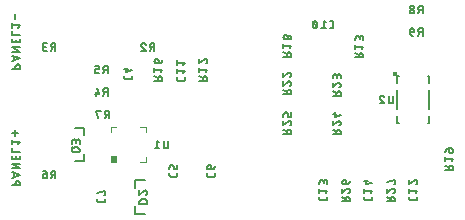
<source format=gbo>
G04 EAGLE Gerber RS-274X export*
G75*
%MOMM*%
%FSLAX34Y34*%
%LPD*%
%INSilkscreen Bottom*%
%IPPOS*%
%AMOC8*
5,1,8,0,0,1.08239X$1,22.5*%
G01*
%ADD10C,0.152400*%
%ADD11C,0.203200*%
%ADD12C,0.101600*%
%ADD13R,0.500000X0.500000*%
%ADD14C,0.447213*%
%ADD15C,0.127000*%


D10*
X9398Y153162D02*
X16002Y153162D01*
X16002Y154996D01*
X16000Y155081D01*
X15994Y155165D01*
X15984Y155249D01*
X15971Y155333D01*
X15953Y155416D01*
X15932Y155498D01*
X15907Y155579D01*
X15878Y155659D01*
X15846Y155737D01*
X15810Y155813D01*
X15770Y155888D01*
X15727Y155961D01*
X15681Y156032D01*
X15632Y156101D01*
X15579Y156168D01*
X15523Y156232D01*
X15465Y156293D01*
X15404Y156351D01*
X15340Y156407D01*
X15273Y156460D01*
X15204Y156509D01*
X15133Y156555D01*
X15060Y156598D01*
X14985Y156638D01*
X14909Y156674D01*
X14831Y156706D01*
X14751Y156735D01*
X14670Y156760D01*
X14588Y156781D01*
X14505Y156799D01*
X14421Y156812D01*
X14337Y156822D01*
X14253Y156828D01*
X14168Y156830D01*
X14083Y156828D01*
X13999Y156822D01*
X13915Y156812D01*
X13831Y156799D01*
X13748Y156781D01*
X13666Y156760D01*
X13585Y156735D01*
X13505Y156706D01*
X13427Y156674D01*
X13351Y156638D01*
X13276Y156598D01*
X13203Y156555D01*
X13132Y156509D01*
X13063Y156460D01*
X12996Y156407D01*
X12932Y156351D01*
X12871Y156293D01*
X12813Y156232D01*
X12757Y156168D01*
X12704Y156101D01*
X12655Y156032D01*
X12609Y155961D01*
X12566Y155888D01*
X12526Y155813D01*
X12490Y155737D01*
X12458Y155659D01*
X12429Y155579D01*
X12404Y155498D01*
X12383Y155416D01*
X12365Y155333D01*
X12352Y155249D01*
X12342Y155165D01*
X12336Y155081D01*
X12334Y154996D01*
X12333Y154996D02*
X12333Y153162D01*
X9398Y159685D02*
X16002Y161887D01*
X9398Y164088D01*
X11049Y163538D02*
X11049Y160236D01*
X9398Y167611D02*
X16002Y167611D01*
X9398Y171280D01*
X16002Y171280D01*
X9398Y175438D02*
X9398Y178373D01*
X9398Y175438D02*
X16002Y175438D01*
X16002Y178373D01*
X13067Y177640D02*
X13067Y175438D01*
X16002Y181778D02*
X9398Y181778D01*
X9398Y184713D01*
X14534Y187850D02*
X16002Y189684D01*
X9398Y189684D01*
X9398Y187850D02*
X9398Y191519D01*
X11966Y195286D02*
X11966Y199688D01*
X9398Y54312D02*
X16002Y54312D01*
X16002Y56146D01*
X16000Y56231D01*
X15994Y56315D01*
X15984Y56399D01*
X15971Y56483D01*
X15953Y56566D01*
X15932Y56648D01*
X15907Y56729D01*
X15878Y56809D01*
X15846Y56887D01*
X15810Y56963D01*
X15770Y57038D01*
X15727Y57111D01*
X15681Y57182D01*
X15632Y57251D01*
X15579Y57318D01*
X15523Y57382D01*
X15465Y57443D01*
X15404Y57501D01*
X15340Y57557D01*
X15273Y57610D01*
X15204Y57659D01*
X15133Y57705D01*
X15060Y57748D01*
X14985Y57788D01*
X14909Y57824D01*
X14831Y57856D01*
X14751Y57885D01*
X14670Y57910D01*
X14588Y57931D01*
X14505Y57949D01*
X14421Y57962D01*
X14337Y57972D01*
X14253Y57978D01*
X14168Y57980D01*
X14083Y57978D01*
X13999Y57972D01*
X13915Y57962D01*
X13831Y57949D01*
X13748Y57931D01*
X13666Y57910D01*
X13585Y57885D01*
X13505Y57856D01*
X13427Y57824D01*
X13351Y57788D01*
X13276Y57748D01*
X13203Y57705D01*
X13132Y57659D01*
X13063Y57610D01*
X12996Y57557D01*
X12932Y57501D01*
X12871Y57443D01*
X12813Y57382D01*
X12757Y57318D01*
X12704Y57251D01*
X12655Y57182D01*
X12609Y57111D01*
X12566Y57038D01*
X12526Y56963D01*
X12490Y56887D01*
X12458Y56809D01*
X12429Y56729D01*
X12404Y56648D01*
X12383Y56566D01*
X12365Y56483D01*
X12352Y56399D01*
X12342Y56315D01*
X12336Y56231D01*
X12334Y56146D01*
X12333Y56146D02*
X12333Y54312D01*
X9398Y60835D02*
X16002Y63036D01*
X9398Y65237D01*
X11049Y64687D02*
X11049Y61385D01*
X9398Y68761D02*
X16002Y68761D01*
X9398Y72430D01*
X16002Y72430D01*
X9398Y76588D02*
X9398Y79523D01*
X9398Y76588D02*
X16002Y76588D01*
X16002Y79523D01*
X13067Y78789D02*
X13067Y76588D01*
X16002Y82928D02*
X9398Y82928D01*
X9398Y85863D01*
X14534Y88999D02*
X16002Y90834D01*
X9398Y90834D01*
X9398Y92668D02*
X9398Y88999D01*
X11966Y96435D02*
X11966Y100838D01*
X9765Y98637D02*
X14168Y98637D01*
X149098Y144470D02*
X149098Y145937D01*
X149098Y144470D02*
X149100Y144396D01*
X149106Y144321D01*
X149115Y144248D01*
X149128Y144174D01*
X149145Y144102D01*
X149165Y144031D01*
X149189Y143960D01*
X149217Y143891D01*
X149248Y143824D01*
X149282Y143758D01*
X149320Y143693D01*
X149361Y143631D01*
X149405Y143571D01*
X149452Y143514D01*
X149502Y143459D01*
X149555Y143406D01*
X149610Y143356D01*
X149667Y143309D01*
X149727Y143265D01*
X149789Y143224D01*
X149854Y143186D01*
X149920Y143152D01*
X149987Y143121D01*
X150056Y143093D01*
X150127Y143069D01*
X150198Y143049D01*
X150270Y143032D01*
X150344Y143019D01*
X150417Y143010D01*
X150492Y143004D01*
X150566Y143002D01*
X154234Y143002D01*
X154308Y143004D01*
X154383Y143010D01*
X154456Y143019D01*
X154530Y143032D01*
X154602Y143049D01*
X154673Y143069D01*
X154744Y143093D01*
X154813Y143121D01*
X154880Y143152D01*
X154946Y143186D01*
X155011Y143224D01*
X155073Y143265D01*
X155133Y143309D01*
X155190Y143356D01*
X155245Y143406D01*
X155298Y143459D01*
X155348Y143514D01*
X155395Y143571D01*
X155439Y143631D01*
X155480Y143693D01*
X155518Y143758D01*
X155552Y143823D01*
X155583Y143891D01*
X155611Y143960D01*
X155635Y144031D01*
X155655Y144102D01*
X155672Y144174D01*
X155685Y144248D01*
X155694Y144321D01*
X155700Y144396D01*
X155702Y144470D01*
X155702Y145937D01*
X154234Y149134D02*
X155702Y150968D01*
X149098Y150968D01*
X149098Y149134D02*
X149098Y152802D01*
X154234Y156449D02*
X155702Y158283D01*
X149098Y158283D01*
X149098Y156449D02*
X149098Y160118D01*
X269748Y44748D02*
X269748Y43280D01*
X269750Y43206D01*
X269756Y43131D01*
X269765Y43058D01*
X269778Y42984D01*
X269795Y42912D01*
X269815Y42841D01*
X269839Y42770D01*
X269867Y42701D01*
X269898Y42634D01*
X269932Y42568D01*
X269970Y42503D01*
X270011Y42441D01*
X270055Y42381D01*
X270102Y42324D01*
X270152Y42269D01*
X270205Y42216D01*
X270260Y42166D01*
X270317Y42119D01*
X270377Y42075D01*
X270439Y42034D01*
X270504Y41996D01*
X270570Y41962D01*
X270637Y41931D01*
X270706Y41903D01*
X270777Y41879D01*
X270848Y41859D01*
X270920Y41842D01*
X270994Y41829D01*
X271067Y41820D01*
X271142Y41814D01*
X271216Y41812D01*
X274884Y41812D01*
X274958Y41814D01*
X275033Y41820D01*
X275106Y41829D01*
X275180Y41842D01*
X275252Y41859D01*
X275323Y41879D01*
X275394Y41903D01*
X275463Y41931D01*
X275530Y41962D01*
X275596Y41996D01*
X275661Y42034D01*
X275723Y42075D01*
X275783Y42119D01*
X275840Y42166D01*
X275895Y42216D01*
X275948Y42269D01*
X275998Y42324D01*
X276045Y42381D01*
X276089Y42441D01*
X276130Y42503D01*
X276168Y42568D01*
X276202Y42633D01*
X276233Y42701D01*
X276261Y42770D01*
X276285Y42841D01*
X276305Y42912D01*
X276322Y42984D01*
X276335Y43058D01*
X276344Y43131D01*
X276350Y43206D01*
X276352Y43280D01*
X276352Y44748D01*
X274884Y47944D02*
X276352Y49778D01*
X269748Y49778D01*
X269748Y47944D02*
X269748Y51613D01*
X269748Y55259D02*
X269748Y57094D01*
X269750Y57179D01*
X269756Y57263D01*
X269766Y57347D01*
X269779Y57431D01*
X269797Y57514D01*
X269818Y57596D01*
X269843Y57677D01*
X269872Y57757D01*
X269904Y57835D01*
X269940Y57911D01*
X269980Y57986D01*
X270023Y58059D01*
X270069Y58130D01*
X270118Y58199D01*
X270171Y58266D01*
X270227Y58330D01*
X270285Y58391D01*
X270346Y58449D01*
X270410Y58505D01*
X270477Y58558D01*
X270546Y58607D01*
X270617Y58653D01*
X270690Y58696D01*
X270765Y58736D01*
X270841Y58772D01*
X270919Y58804D01*
X270999Y58833D01*
X271080Y58858D01*
X271162Y58879D01*
X271245Y58897D01*
X271329Y58910D01*
X271413Y58920D01*
X271497Y58926D01*
X271582Y58928D01*
X271667Y58926D01*
X271751Y58920D01*
X271835Y58910D01*
X271919Y58897D01*
X272002Y58879D01*
X272084Y58858D01*
X272165Y58833D01*
X272245Y58804D01*
X272323Y58772D01*
X272399Y58736D01*
X272474Y58696D01*
X272547Y58653D01*
X272618Y58607D01*
X272687Y58558D01*
X272754Y58505D01*
X272818Y58449D01*
X272879Y58391D01*
X272937Y58330D01*
X272993Y58266D01*
X273046Y58199D01*
X273095Y58130D01*
X273141Y58059D01*
X273184Y57986D01*
X273224Y57911D01*
X273260Y57835D01*
X273292Y57757D01*
X273321Y57677D01*
X273346Y57596D01*
X273367Y57514D01*
X273385Y57431D01*
X273398Y57347D01*
X273408Y57263D01*
X273414Y57179D01*
X273416Y57094D01*
X276352Y57460D02*
X276352Y55259D01*
X276352Y57460D02*
X276350Y57536D01*
X276344Y57611D01*
X276335Y57686D01*
X276321Y57760D01*
X276304Y57834D01*
X276282Y57906D01*
X276258Y57978D01*
X276229Y58048D01*
X276197Y58116D01*
X276162Y58183D01*
X276123Y58248D01*
X276080Y58311D01*
X276035Y58371D01*
X275987Y58429D01*
X275935Y58485D01*
X275881Y58537D01*
X275824Y58587D01*
X275765Y58634D01*
X275704Y58678D01*
X275640Y58719D01*
X275574Y58756D01*
X275506Y58790D01*
X275437Y58820D01*
X275366Y58847D01*
X275294Y58870D01*
X275221Y58889D01*
X275147Y58904D01*
X275072Y58916D01*
X274997Y58924D01*
X274922Y58928D01*
X274846Y58928D01*
X274771Y58924D01*
X274696Y58916D01*
X274621Y58904D01*
X274547Y58889D01*
X274474Y58870D01*
X274402Y58847D01*
X274331Y58820D01*
X274262Y58790D01*
X274194Y58756D01*
X274128Y58719D01*
X274064Y58678D01*
X274003Y58634D01*
X273944Y58587D01*
X273887Y58537D01*
X273833Y58485D01*
X273781Y58429D01*
X273733Y58371D01*
X273688Y58311D01*
X273645Y58248D01*
X273606Y58183D01*
X273571Y58116D01*
X273539Y58048D01*
X273510Y57978D01*
X273486Y57906D01*
X273464Y57834D01*
X273447Y57760D01*
X273433Y57686D01*
X273424Y57611D01*
X273418Y57536D01*
X273416Y57460D01*
X273417Y57460D02*
X273417Y55993D01*
X307848Y44748D02*
X307848Y43280D01*
X307850Y43206D01*
X307856Y43131D01*
X307865Y43058D01*
X307878Y42984D01*
X307895Y42912D01*
X307915Y42841D01*
X307939Y42770D01*
X307967Y42701D01*
X307998Y42634D01*
X308032Y42568D01*
X308070Y42503D01*
X308111Y42441D01*
X308155Y42381D01*
X308202Y42324D01*
X308252Y42269D01*
X308305Y42216D01*
X308360Y42166D01*
X308417Y42119D01*
X308477Y42075D01*
X308539Y42034D01*
X308604Y41996D01*
X308670Y41962D01*
X308737Y41931D01*
X308806Y41903D01*
X308877Y41879D01*
X308948Y41859D01*
X309020Y41842D01*
X309094Y41829D01*
X309167Y41820D01*
X309242Y41814D01*
X309316Y41812D01*
X312984Y41812D01*
X313058Y41814D01*
X313133Y41820D01*
X313206Y41829D01*
X313280Y41842D01*
X313352Y41859D01*
X313423Y41879D01*
X313494Y41903D01*
X313563Y41931D01*
X313630Y41962D01*
X313696Y41996D01*
X313761Y42034D01*
X313823Y42075D01*
X313883Y42119D01*
X313940Y42166D01*
X313995Y42216D01*
X314048Y42269D01*
X314098Y42324D01*
X314145Y42381D01*
X314189Y42441D01*
X314230Y42503D01*
X314268Y42568D01*
X314302Y42633D01*
X314333Y42701D01*
X314361Y42770D01*
X314385Y42841D01*
X314405Y42912D01*
X314422Y42984D01*
X314435Y43058D01*
X314444Y43131D01*
X314450Y43206D01*
X314452Y43280D01*
X314452Y44748D01*
X312984Y47944D02*
X314452Y49778D01*
X307848Y49778D01*
X307848Y47944D02*
X307848Y51613D01*
X309316Y55259D02*
X314452Y56727D01*
X309316Y55259D02*
X309316Y58928D01*
X310783Y57827D02*
X307848Y57827D01*
X345948Y44748D02*
X345948Y43280D01*
X345950Y43206D01*
X345956Y43131D01*
X345965Y43058D01*
X345978Y42984D01*
X345995Y42912D01*
X346015Y42841D01*
X346039Y42770D01*
X346067Y42701D01*
X346098Y42634D01*
X346132Y42568D01*
X346170Y42503D01*
X346211Y42441D01*
X346255Y42381D01*
X346302Y42324D01*
X346352Y42269D01*
X346405Y42216D01*
X346460Y42166D01*
X346517Y42119D01*
X346577Y42075D01*
X346639Y42034D01*
X346704Y41996D01*
X346770Y41962D01*
X346837Y41931D01*
X346906Y41903D01*
X346977Y41879D01*
X347048Y41859D01*
X347120Y41842D01*
X347194Y41829D01*
X347267Y41820D01*
X347342Y41814D01*
X347416Y41812D01*
X351084Y41812D01*
X351158Y41814D01*
X351233Y41820D01*
X351306Y41829D01*
X351380Y41842D01*
X351452Y41859D01*
X351523Y41879D01*
X351594Y41903D01*
X351663Y41931D01*
X351730Y41962D01*
X351796Y41996D01*
X351861Y42034D01*
X351923Y42075D01*
X351983Y42119D01*
X352040Y42166D01*
X352095Y42216D01*
X352148Y42269D01*
X352198Y42324D01*
X352245Y42381D01*
X352289Y42441D01*
X352330Y42503D01*
X352368Y42568D01*
X352402Y42633D01*
X352433Y42701D01*
X352461Y42770D01*
X352485Y42841D01*
X352505Y42912D01*
X352522Y42984D01*
X352535Y43058D01*
X352544Y43131D01*
X352550Y43206D01*
X352552Y43280D01*
X352552Y44748D01*
X351084Y47944D02*
X352552Y49778D01*
X345948Y49778D01*
X345948Y47944D02*
X345948Y51613D01*
X352552Y57277D02*
X352550Y57356D01*
X352545Y57434D01*
X352535Y57512D01*
X352522Y57589D01*
X352505Y57666D01*
X352485Y57742D01*
X352461Y57817D01*
X352434Y57891D01*
X352403Y57963D01*
X352368Y58034D01*
X352331Y58103D01*
X352290Y58170D01*
X352246Y58235D01*
X352199Y58298D01*
X352149Y58358D01*
X352096Y58416D01*
X352040Y58472D01*
X351982Y58525D01*
X351922Y58575D01*
X351859Y58622D01*
X351794Y58666D01*
X351727Y58707D01*
X351658Y58744D01*
X351587Y58779D01*
X351515Y58810D01*
X351441Y58837D01*
X351366Y58861D01*
X351290Y58881D01*
X351213Y58898D01*
X351136Y58911D01*
X351058Y58921D01*
X350980Y58926D01*
X350901Y58928D01*
X352552Y57277D02*
X352550Y57188D01*
X352545Y57099D01*
X352535Y57011D01*
X352522Y56923D01*
X352506Y56836D01*
X352485Y56749D01*
X352461Y56664D01*
X352434Y56579D01*
X352403Y56496D01*
X352368Y56414D01*
X352330Y56333D01*
X352289Y56254D01*
X352245Y56178D01*
X352197Y56102D01*
X352146Y56029D01*
X352093Y55959D01*
X352036Y55890D01*
X351976Y55824D01*
X351914Y55761D01*
X351849Y55700D01*
X351782Y55642D01*
X351712Y55587D01*
X351640Y55534D01*
X351566Y55485D01*
X351490Y55439D01*
X351412Y55397D01*
X351332Y55357D01*
X351251Y55321D01*
X351168Y55288D01*
X351084Y55259D01*
X349617Y58378D02*
X349673Y58434D01*
X349732Y58488D01*
X349793Y58539D01*
X349857Y58588D01*
X349922Y58633D01*
X349990Y58676D01*
X350059Y58715D01*
X350130Y58752D01*
X350203Y58785D01*
X350277Y58814D01*
X350352Y58841D01*
X350428Y58864D01*
X350506Y58883D01*
X350584Y58899D01*
X350662Y58912D01*
X350742Y58921D01*
X350821Y58926D01*
X350901Y58928D01*
X349617Y58378D02*
X345948Y55259D01*
X345948Y58928D01*
X279710Y187198D02*
X278243Y187198D01*
X279710Y187198D02*
X279784Y187200D01*
X279859Y187206D01*
X279932Y187215D01*
X280006Y187228D01*
X280078Y187245D01*
X280149Y187265D01*
X280220Y187289D01*
X280289Y187317D01*
X280357Y187348D01*
X280422Y187382D01*
X280487Y187420D01*
X280549Y187461D01*
X280609Y187505D01*
X280666Y187552D01*
X280721Y187602D01*
X280774Y187655D01*
X280824Y187710D01*
X280871Y187767D01*
X280915Y187827D01*
X280956Y187889D01*
X280994Y187954D01*
X281028Y188020D01*
X281059Y188087D01*
X281087Y188156D01*
X281111Y188227D01*
X281131Y188298D01*
X281148Y188371D01*
X281161Y188444D01*
X281170Y188518D01*
X281176Y188592D01*
X281178Y188666D01*
X281178Y192334D01*
X281176Y192408D01*
X281170Y192483D01*
X281161Y192556D01*
X281148Y192629D01*
X281131Y192702D01*
X281111Y192773D01*
X281087Y192844D01*
X281059Y192913D01*
X281028Y192980D01*
X280994Y193046D01*
X280956Y193111D01*
X280915Y193173D01*
X280871Y193233D01*
X280824Y193290D01*
X280774Y193345D01*
X280721Y193398D01*
X280666Y193448D01*
X280609Y193495D01*
X280549Y193539D01*
X280487Y193580D01*
X280422Y193618D01*
X280357Y193652D01*
X280289Y193683D01*
X280220Y193711D01*
X280150Y193735D01*
X280078Y193755D01*
X280006Y193772D01*
X279932Y193785D01*
X279859Y193794D01*
X279784Y193800D01*
X279710Y193802D01*
X278243Y193802D01*
X275047Y192334D02*
X273212Y193802D01*
X273212Y187198D01*
X271378Y187198D02*
X275047Y187198D01*
X267731Y190500D02*
X267729Y190645D01*
X267723Y190790D01*
X267714Y190935D01*
X267700Y191080D01*
X267683Y191224D01*
X267661Y191367D01*
X267636Y191511D01*
X267607Y191653D01*
X267575Y191794D01*
X267538Y191935D01*
X267498Y192074D01*
X267454Y192213D01*
X267407Y192350D01*
X267356Y192486D01*
X267301Y192620D01*
X267243Y192753D01*
X267181Y192885D01*
X267182Y192885D02*
X267156Y192954D01*
X267127Y193021D01*
X267094Y193087D01*
X267058Y193150D01*
X267018Y193212D01*
X266975Y193271D01*
X266929Y193328D01*
X266880Y193382D01*
X266828Y193434D01*
X266773Y193483D01*
X266716Y193528D01*
X266656Y193571D01*
X266594Y193610D01*
X266531Y193646D01*
X266465Y193679D01*
X266398Y193707D01*
X266329Y193733D01*
X266259Y193754D01*
X266188Y193772D01*
X266116Y193785D01*
X266043Y193795D01*
X265970Y193801D01*
X265897Y193803D01*
X265897Y193802D02*
X265824Y193800D01*
X265751Y193794D01*
X265678Y193784D01*
X265607Y193771D01*
X265535Y193753D01*
X265465Y193732D01*
X265397Y193706D01*
X265329Y193678D01*
X265264Y193645D01*
X265200Y193609D01*
X265138Y193570D01*
X265079Y193528D01*
X265022Y193482D01*
X264967Y193433D01*
X264915Y193382D01*
X264866Y193327D01*
X264820Y193270D01*
X264777Y193211D01*
X264737Y193150D01*
X264701Y193086D01*
X264668Y193021D01*
X264639Y192954D01*
X264613Y192885D01*
X264612Y192885D02*
X264550Y192753D01*
X264492Y192620D01*
X264437Y192486D01*
X264386Y192350D01*
X264339Y192213D01*
X264295Y192074D01*
X264255Y191935D01*
X264218Y191794D01*
X264186Y191653D01*
X264157Y191511D01*
X264132Y191368D01*
X264110Y191224D01*
X264093Y191080D01*
X264079Y190935D01*
X264070Y190790D01*
X264064Y190645D01*
X264062Y190500D01*
X267731Y190500D02*
X267729Y190355D01*
X267723Y190210D01*
X267714Y190065D01*
X267700Y189920D01*
X267683Y189776D01*
X267661Y189633D01*
X267636Y189490D01*
X267608Y189347D01*
X267575Y189206D01*
X267538Y189065D01*
X267498Y188926D01*
X267454Y188787D01*
X267407Y188650D01*
X267356Y188514D01*
X267301Y188380D01*
X267243Y188247D01*
X267181Y188115D01*
X267182Y188116D02*
X267156Y188047D01*
X267127Y187980D01*
X267094Y187914D01*
X267058Y187851D01*
X267018Y187789D01*
X266975Y187730D01*
X266929Y187673D01*
X266880Y187619D01*
X266828Y187567D01*
X266773Y187518D01*
X266716Y187473D01*
X266656Y187430D01*
X266594Y187391D01*
X266531Y187355D01*
X266465Y187322D01*
X266398Y187294D01*
X266329Y187268D01*
X266259Y187247D01*
X266188Y187229D01*
X266116Y187216D01*
X266043Y187206D01*
X265970Y187200D01*
X265897Y187198D01*
X264613Y188115D02*
X264551Y188247D01*
X264493Y188380D01*
X264438Y188514D01*
X264387Y188650D01*
X264340Y188787D01*
X264296Y188926D01*
X264256Y189065D01*
X264219Y189206D01*
X264187Y189347D01*
X264158Y189489D01*
X264133Y189632D01*
X264111Y189776D01*
X264094Y189920D01*
X264080Y190065D01*
X264071Y190210D01*
X264065Y190355D01*
X264063Y190500D01*
X264613Y188115D02*
X264639Y188046D01*
X264668Y187979D01*
X264701Y187914D01*
X264737Y187850D01*
X264777Y187789D01*
X264820Y187730D01*
X264866Y187673D01*
X264915Y187618D01*
X264967Y187567D01*
X265022Y187518D01*
X265079Y187472D01*
X265138Y187430D01*
X265200Y187391D01*
X265264Y187355D01*
X265329Y187322D01*
X265397Y187294D01*
X265465Y187268D01*
X265535Y187247D01*
X265607Y187229D01*
X265678Y187216D01*
X265751Y187206D01*
X265824Y187200D01*
X265897Y187198D01*
X267364Y188666D02*
X264429Y192334D01*
X174498Y64657D02*
X174498Y63190D01*
X174500Y63116D01*
X174506Y63041D01*
X174515Y62968D01*
X174528Y62894D01*
X174545Y62822D01*
X174565Y62751D01*
X174589Y62680D01*
X174617Y62611D01*
X174648Y62544D01*
X174682Y62478D01*
X174720Y62413D01*
X174761Y62351D01*
X174805Y62291D01*
X174852Y62234D01*
X174902Y62179D01*
X174955Y62126D01*
X175010Y62076D01*
X175067Y62029D01*
X175127Y61985D01*
X175189Y61944D01*
X175254Y61906D01*
X175320Y61872D01*
X175387Y61841D01*
X175456Y61813D01*
X175527Y61789D01*
X175598Y61769D01*
X175670Y61752D01*
X175744Y61739D01*
X175817Y61730D01*
X175892Y61724D01*
X175966Y61722D01*
X179634Y61722D01*
X179708Y61724D01*
X179783Y61730D01*
X179856Y61739D01*
X179930Y61752D01*
X180002Y61769D01*
X180073Y61789D01*
X180144Y61813D01*
X180213Y61841D01*
X180280Y61872D01*
X180346Y61906D01*
X180411Y61944D01*
X180473Y61985D01*
X180533Y62029D01*
X180590Y62076D01*
X180645Y62126D01*
X180698Y62179D01*
X180748Y62234D01*
X180795Y62291D01*
X180839Y62351D01*
X180880Y62413D01*
X180918Y62478D01*
X180952Y62543D01*
X180983Y62611D01*
X181011Y62680D01*
X181035Y62751D01*
X181055Y62822D01*
X181072Y62894D01*
X181085Y62968D01*
X181094Y63041D01*
X181100Y63116D01*
X181102Y63190D01*
X181102Y64657D01*
X178167Y67854D02*
X178167Y70055D01*
X178165Y70129D01*
X178159Y70204D01*
X178150Y70277D01*
X178137Y70351D01*
X178120Y70423D01*
X178100Y70494D01*
X178076Y70565D01*
X178048Y70634D01*
X178017Y70701D01*
X177983Y70767D01*
X177945Y70832D01*
X177904Y70894D01*
X177860Y70954D01*
X177813Y71011D01*
X177763Y71066D01*
X177710Y71119D01*
X177655Y71169D01*
X177598Y71216D01*
X177538Y71260D01*
X177476Y71301D01*
X177411Y71339D01*
X177345Y71373D01*
X177278Y71404D01*
X177209Y71432D01*
X177138Y71456D01*
X177067Y71476D01*
X176995Y71493D01*
X176921Y71506D01*
X176848Y71515D01*
X176773Y71521D01*
X176699Y71523D01*
X176699Y71522D02*
X176332Y71522D01*
X176247Y71520D01*
X176163Y71514D01*
X176079Y71504D01*
X175995Y71491D01*
X175912Y71473D01*
X175830Y71452D01*
X175749Y71427D01*
X175669Y71398D01*
X175591Y71366D01*
X175515Y71330D01*
X175440Y71290D01*
X175367Y71247D01*
X175296Y71201D01*
X175227Y71152D01*
X175160Y71099D01*
X175096Y71043D01*
X175035Y70985D01*
X174977Y70924D01*
X174921Y70860D01*
X174868Y70793D01*
X174819Y70724D01*
X174773Y70653D01*
X174730Y70580D01*
X174690Y70505D01*
X174654Y70429D01*
X174622Y70351D01*
X174593Y70271D01*
X174568Y70190D01*
X174547Y70108D01*
X174529Y70025D01*
X174516Y69941D01*
X174506Y69857D01*
X174500Y69773D01*
X174498Y69688D01*
X174500Y69603D01*
X174506Y69519D01*
X174516Y69435D01*
X174529Y69351D01*
X174547Y69268D01*
X174568Y69186D01*
X174593Y69105D01*
X174622Y69025D01*
X174654Y68947D01*
X174690Y68871D01*
X174730Y68796D01*
X174773Y68723D01*
X174819Y68652D01*
X174868Y68583D01*
X174921Y68516D01*
X174977Y68452D01*
X175035Y68391D01*
X175096Y68333D01*
X175160Y68277D01*
X175227Y68224D01*
X175296Y68175D01*
X175367Y68129D01*
X175440Y68086D01*
X175515Y68046D01*
X175591Y68010D01*
X175669Y67978D01*
X175749Y67949D01*
X175830Y67924D01*
X175912Y67903D01*
X175995Y67885D01*
X176079Y67872D01*
X176163Y67862D01*
X176247Y67856D01*
X176332Y67854D01*
X178167Y67854D01*
X178274Y67856D01*
X178381Y67862D01*
X178488Y67872D01*
X178594Y67885D01*
X178700Y67903D01*
X178805Y67924D01*
X178909Y67949D01*
X179013Y67978D01*
X179115Y68011D01*
X179215Y68048D01*
X179315Y68088D01*
X179413Y68132D01*
X179509Y68179D01*
X179603Y68230D01*
X179696Y68284D01*
X179786Y68341D01*
X179875Y68402D01*
X179961Y68466D01*
X180044Y68533D01*
X180126Y68603D01*
X180204Y68676D01*
X180280Y68752D01*
X180353Y68830D01*
X180423Y68912D01*
X180490Y68995D01*
X180554Y69081D01*
X180615Y69170D01*
X180672Y69260D01*
X180726Y69353D01*
X180777Y69447D01*
X180824Y69543D01*
X180868Y69641D01*
X180908Y69741D01*
X180945Y69841D01*
X180978Y69943D01*
X181007Y70047D01*
X181032Y70151D01*
X181053Y70256D01*
X181071Y70362D01*
X181084Y70468D01*
X181094Y70575D01*
X181100Y70682D01*
X181102Y70789D01*
X81788Y43067D02*
X81788Y41600D01*
X81790Y41526D01*
X81796Y41451D01*
X81805Y41378D01*
X81818Y41304D01*
X81835Y41232D01*
X81855Y41161D01*
X81879Y41090D01*
X81907Y41021D01*
X81938Y40954D01*
X81972Y40888D01*
X82010Y40823D01*
X82051Y40761D01*
X82095Y40701D01*
X82142Y40644D01*
X82192Y40589D01*
X82245Y40536D01*
X82300Y40486D01*
X82357Y40439D01*
X82417Y40395D01*
X82479Y40354D01*
X82544Y40316D01*
X82610Y40282D01*
X82677Y40251D01*
X82746Y40223D01*
X82817Y40199D01*
X82888Y40179D01*
X82960Y40162D01*
X83034Y40149D01*
X83107Y40140D01*
X83182Y40134D01*
X83256Y40132D01*
X86924Y40132D01*
X86998Y40134D01*
X87073Y40140D01*
X87146Y40149D01*
X87220Y40162D01*
X87292Y40179D01*
X87363Y40199D01*
X87434Y40223D01*
X87503Y40251D01*
X87570Y40282D01*
X87636Y40316D01*
X87701Y40354D01*
X87763Y40395D01*
X87823Y40439D01*
X87880Y40486D01*
X87935Y40536D01*
X87988Y40589D01*
X88038Y40644D01*
X88085Y40701D01*
X88129Y40761D01*
X88170Y40823D01*
X88208Y40888D01*
X88242Y40953D01*
X88273Y41021D01*
X88301Y41090D01*
X88325Y41161D01*
X88345Y41232D01*
X88362Y41304D01*
X88375Y41378D01*
X88384Y41451D01*
X88390Y41526D01*
X88392Y41600D01*
X88392Y43067D01*
X88392Y46264D02*
X87658Y46264D01*
X88392Y46264D02*
X88392Y49932D01*
X81788Y48098D01*
X104648Y145740D02*
X104648Y147207D01*
X104648Y145740D02*
X104650Y145666D01*
X104656Y145591D01*
X104665Y145518D01*
X104678Y145444D01*
X104695Y145372D01*
X104715Y145301D01*
X104739Y145230D01*
X104767Y145161D01*
X104798Y145094D01*
X104832Y145028D01*
X104870Y144963D01*
X104911Y144901D01*
X104955Y144841D01*
X105002Y144784D01*
X105052Y144729D01*
X105105Y144676D01*
X105160Y144626D01*
X105217Y144579D01*
X105277Y144535D01*
X105339Y144494D01*
X105404Y144456D01*
X105470Y144422D01*
X105537Y144391D01*
X105606Y144363D01*
X105677Y144339D01*
X105748Y144319D01*
X105820Y144302D01*
X105894Y144289D01*
X105967Y144280D01*
X106042Y144274D01*
X106116Y144272D01*
X109784Y144272D01*
X109858Y144274D01*
X109933Y144280D01*
X110006Y144289D01*
X110080Y144302D01*
X110152Y144319D01*
X110223Y144339D01*
X110294Y144363D01*
X110363Y144391D01*
X110430Y144422D01*
X110496Y144456D01*
X110561Y144494D01*
X110623Y144535D01*
X110683Y144579D01*
X110740Y144626D01*
X110795Y144676D01*
X110848Y144729D01*
X110898Y144784D01*
X110945Y144841D01*
X110989Y144901D01*
X111030Y144963D01*
X111068Y145028D01*
X111102Y145093D01*
X111133Y145161D01*
X111161Y145230D01*
X111185Y145301D01*
X111205Y145372D01*
X111222Y145444D01*
X111235Y145518D01*
X111244Y145591D01*
X111250Y145666D01*
X111252Y145740D01*
X111252Y147207D01*
X111252Y151871D02*
X106116Y150404D01*
X106116Y154072D01*
X107583Y152972D02*
X104648Y152972D01*
X142748Y64657D02*
X142748Y63190D01*
X142750Y63116D01*
X142756Y63041D01*
X142765Y62968D01*
X142778Y62894D01*
X142795Y62822D01*
X142815Y62751D01*
X142839Y62680D01*
X142867Y62611D01*
X142898Y62544D01*
X142932Y62478D01*
X142970Y62413D01*
X143011Y62351D01*
X143055Y62291D01*
X143102Y62234D01*
X143152Y62179D01*
X143205Y62126D01*
X143260Y62076D01*
X143317Y62029D01*
X143377Y61985D01*
X143439Y61944D01*
X143504Y61906D01*
X143570Y61872D01*
X143637Y61841D01*
X143706Y61813D01*
X143777Y61789D01*
X143848Y61769D01*
X143920Y61752D01*
X143994Y61739D01*
X144067Y61730D01*
X144142Y61724D01*
X144216Y61722D01*
X147884Y61722D01*
X147958Y61724D01*
X148033Y61730D01*
X148106Y61739D01*
X148180Y61752D01*
X148252Y61769D01*
X148323Y61789D01*
X148394Y61813D01*
X148463Y61841D01*
X148530Y61872D01*
X148596Y61906D01*
X148661Y61944D01*
X148723Y61985D01*
X148783Y62029D01*
X148840Y62076D01*
X148895Y62126D01*
X148948Y62179D01*
X148998Y62234D01*
X149045Y62291D01*
X149089Y62351D01*
X149130Y62413D01*
X149168Y62478D01*
X149202Y62543D01*
X149233Y62611D01*
X149261Y62680D01*
X149285Y62751D01*
X149305Y62822D01*
X149322Y62894D01*
X149335Y62968D01*
X149344Y63041D01*
X149350Y63116D01*
X149352Y63190D01*
X149352Y64657D01*
X142748Y67854D02*
X142748Y70055D01*
X142750Y70129D01*
X142756Y70204D01*
X142765Y70277D01*
X142778Y70351D01*
X142795Y70423D01*
X142815Y70494D01*
X142839Y70565D01*
X142867Y70634D01*
X142898Y70701D01*
X142932Y70767D01*
X142970Y70832D01*
X143011Y70894D01*
X143055Y70954D01*
X143102Y71011D01*
X143152Y71066D01*
X143205Y71119D01*
X143260Y71169D01*
X143317Y71216D01*
X143377Y71260D01*
X143439Y71301D01*
X143504Y71339D01*
X143569Y71373D01*
X143637Y71404D01*
X143706Y71432D01*
X143777Y71456D01*
X143848Y71476D01*
X143920Y71493D01*
X143994Y71506D01*
X144067Y71515D01*
X144142Y71521D01*
X144216Y71523D01*
X144216Y71522D02*
X144949Y71522D01*
X144949Y71523D02*
X145023Y71521D01*
X145098Y71515D01*
X145171Y71506D01*
X145245Y71493D01*
X145317Y71476D01*
X145388Y71456D01*
X145459Y71432D01*
X145528Y71404D01*
X145595Y71373D01*
X145661Y71339D01*
X145726Y71301D01*
X145788Y71260D01*
X145848Y71216D01*
X145905Y71169D01*
X145960Y71119D01*
X146013Y71066D01*
X146063Y71011D01*
X146110Y70954D01*
X146154Y70894D01*
X146195Y70832D01*
X146233Y70767D01*
X146267Y70701D01*
X146298Y70634D01*
X146326Y70565D01*
X146350Y70494D01*
X146370Y70423D01*
X146387Y70351D01*
X146400Y70277D01*
X146409Y70204D01*
X146415Y70129D01*
X146417Y70055D01*
X146417Y67854D01*
X149352Y67854D01*
X149352Y71522D01*
D11*
X113650Y58450D02*
X113650Y52450D01*
X113650Y58450D02*
X121650Y58450D01*
X113650Y36450D02*
X113650Y30450D01*
X121650Y30450D01*
D10*
X123952Y38810D02*
X117348Y38810D01*
X123952Y38810D02*
X123952Y40645D01*
X123950Y40730D01*
X123944Y40814D01*
X123934Y40898D01*
X123921Y40982D01*
X123903Y41065D01*
X123882Y41147D01*
X123857Y41228D01*
X123828Y41308D01*
X123796Y41386D01*
X123760Y41462D01*
X123720Y41537D01*
X123677Y41610D01*
X123631Y41681D01*
X123582Y41750D01*
X123529Y41817D01*
X123473Y41881D01*
X123415Y41942D01*
X123354Y42000D01*
X123290Y42056D01*
X123223Y42109D01*
X123154Y42158D01*
X123083Y42204D01*
X123010Y42247D01*
X122935Y42287D01*
X122859Y42323D01*
X122781Y42355D01*
X122701Y42384D01*
X122620Y42409D01*
X122538Y42430D01*
X122455Y42448D01*
X122371Y42461D01*
X122287Y42471D01*
X122203Y42477D01*
X122118Y42479D01*
X119182Y42479D01*
X119097Y42477D01*
X119013Y42471D01*
X118929Y42461D01*
X118845Y42448D01*
X118762Y42430D01*
X118680Y42409D01*
X118599Y42384D01*
X118519Y42355D01*
X118441Y42323D01*
X118365Y42287D01*
X118290Y42247D01*
X118217Y42204D01*
X118146Y42158D01*
X118077Y42109D01*
X118010Y42056D01*
X117946Y42000D01*
X117885Y41942D01*
X117827Y41881D01*
X117771Y41817D01*
X117718Y41750D01*
X117669Y41681D01*
X117623Y41610D01*
X117580Y41537D01*
X117540Y41462D01*
X117504Y41386D01*
X117472Y41308D01*
X117443Y41228D01*
X117418Y41147D01*
X117397Y41065D01*
X117379Y40982D01*
X117366Y40898D01*
X117356Y40814D01*
X117350Y40730D01*
X117348Y40645D01*
X117348Y38810D01*
X123952Y48387D02*
X123950Y48466D01*
X123945Y48544D01*
X123935Y48622D01*
X123922Y48699D01*
X123905Y48776D01*
X123885Y48852D01*
X123861Y48927D01*
X123834Y49001D01*
X123803Y49073D01*
X123768Y49144D01*
X123731Y49213D01*
X123690Y49280D01*
X123646Y49345D01*
X123599Y49408D01*
X123549Y49468D01*
X123496Y49526D01*
X123440Y49582D01*
X123382Y49635D01*
X123322Y49685D01*
X123259Y49732D01*
X123194Y49776D01*
X123127Y49817D01*
X123058Y49854D01*
X122987Y49889D01*
X122915Y49920D01*
X122841Y49947D01*
X122766Y49971D01*
X122690Y49991D01*
X122613Y50008D01*
X122536Y50021D01*
X122458Y50031D01*
X122380Y50036D01*
X122301Y50038D01*
X123952Y48387D02*
X123950Y48298D01*
X123945Y48209D01*
X123935Y48121D01*
X123922Y48033D01*
X123906Y47946D01*
X123885Y47859D01*
X123861Y47774D01*
X123834Y47689D01*
X123803Y47606D01*
X123768Y47524D01*
X123730Y47443D01*
X123689Y47364D01*
X123645Y47288D01*
X123597Y47212D01*
X123546Y47139D01*
X123493Y47069D01*
X123436Y47000D01*
X123376Y46934D01*
X123314Y46871D01*
X123249Y46810D01*
X123182Y46752D01*
X123112Y46697D01*
X123040Y46644D01*
X122966Y46595D01*
X122890Y46549D01*
X122812Y46507D01*
X122732Y46467D01*
X122651Y46431D01*
X122568Y46398D01*
X122484Y46369D01*
X121017Y49488D02*
X121073Y49544D01*
X121132Y49598D01*
X121193Y49649D01*
X121257Y49698D01*
X121322Y49743D01*
X121390Y49786D01*
X121459Y49825D01*
X121530Y49862D01*
X121603Y49895D01*
X121677Y49924D01*
X121752Y49951D01*
X121828Y49974D01*
X121906Y49993D01*
X121984Y50009D01*
X122062Y50022D01*
X122142Y50031D01*
X122221Y50036D01*
X122301Y50038D01*
X121017Y49488D02*
X117348Y46369D01*
X117348Y50038D01*
D11*
X70500Y74900D02*
X70500Y80900D01*
X70500Y74900D02*
X62500Y74900D01*
X70500Y96900D02*
X70500Y102900D01*
X62500Y102900D01*
D10*
X62032Y82704D02*
X64968Y82704D01*
X65053Y82706D01*
X65137Y82712D01*
X65221Y82722D01*
X65305Y82735D01*
X65388Y82753D01*
X65470Y82774D01*
X65551Y82799D01*
X65631Y82828D01*
X65709Y82860D01*
X65785Y82896D01*
X65860Y82936D01*
X65933Y82979D01*
X66004Y83025D01*
X66073Y83074D01*
X66140Y83127D01*
X66204Y83183D01*
X66265Y83241D01*
X66323Y83302D01*
X66379Y83366D01*
X66432Y83433D01*
X66481Y83502D01*
X66527Y83573D01*
X66570Y83646D01*
X66610Y83721D01*
X66646Y83797D01*
X66678Y83875D01*
X66707Y83955D01*
X66732Y84036D01*
X66753Y84118D01*
X66771Y84201D01*
X66784Y84285D01*
X66794Y84369D01*
X66800Y84453D01*
X66802Y84538D01*
X66800Y84623D01*
X66794Y84707D01*
X66784Y84791D01*
X66771Y84875D01*
X66753Y84958D01*
X66732Y85040D01*
X66707Y85121D01*
X66678Y85201D01*
X66646Y85279D01*
X66610Y85355D01*
X66570Y85430D01*
X66527Y85503D01*
X66481Y85574D01*
X66432Y85643D01*
X66379Y85710D01*
X66323Y85774D01*
X66265Y85835D01*
X66204Y85893D01*
X66140Y85949D01*
X66073Y86002D01*
X66004Y86051D01*
X65933Y86097D01*
X65860Y86140D01*
X65785Y86180D01*
X65709Y86216D01*
X65631Y86248D01*
X65551Y86277D01*
X65470Y86302D01*
X65388Y86323D01*
X65305Y86341D01*
X65221Y86354D01*
X65137Y86364D01*
X65053Y86370D01*
X64968Y86372D01*
X64968Y86373D02*
X62032Y86373D01*
X62032Y86372D02*
X61947Y86370D01*
X61863Y86364D01*
X61779Y86354D01*
X61695Y86341D01*
X61612Y86323D01*
X61530Y86302D01*
X61449Y86277D01*
X61369Y86248D01*
X61291Y86216D01*
X61215Y86180D01*
X61140Y86140D01*
X61067Y86097D01*
X60996Y86051D01*
X60927Y86002D01*
X60860Y85949D01*
X60796Y85893D01*
X60735Y85835D01*
X60677Y85774D01*
X60621Y85710D01*
X60568Y85643D01*
X60519Y85574D01*
X60473Y85503D01*
X60430Y85430D01*
X60390Y85355D01*
X60354Y85279D01*
X60322Y85201D01*
X60293Y85121D01*
X60268Y85040D01*
X60247Y84958D01*
X60229Y84875D01*
X60216Y84791D01*
X60206Y84707D01*
X60200Y84623D01*
X60198Y84538D01*
X60200Y84453D01*
X60206Y84369D01*
X60216Y84285D01*
X60229Y84201D01*
X60247Y84118D01*
X60268Y84036D01*
X60293Y83955D01*
X60322Y83875D01*
X60354Y83797D01*
X60390Y83721D01*
X60430Y83646D01*
X60473Y83573D01*
X60519Y83502D01*
X60568Y83433D01*
X60621Y83366D01*
X60677Y83302D01*
X60735Y83241D01*
X60796Y83183D01*
X60860Y83127D01*
X60927Y83074D01*
X60996Y83025D01*
X61067Y82979D01*
X61140Y82936D01*
X61215Y82896D01*
X61291Y82860D01*
X61369Y82828D01*
X61449Y82799D01*
X61530Y82774D01*
X61612Y82753D01*
X61695Y82735D01*
X61779Y82722D01*
X61863Y82712D01*
X61947Y82706D01*
X62032Y82704D01*
X61666Y85639D02*
X60198Y87107D01*
X60198Y89549D02*
X60198Y91384D01*
X60200Y91469D01*
X60206Y91553D01*
X60216Y91637D01*
X60229Y91721D01*
X60247Y91804D01*
X60268Y91886D01*
X60293Y91967D01*
X60322Y92047D01*
X60354Y92125D01*
X60390Y92201D01*
X60430Y92276D01*
X60473Y92349D01*
X60519Y92420D01*
X60568Y92489D01*
X60621Y92556D01*
X60677Y92620D01*
X60735Y92681D01*
X60796Y92739D01*
X60860Y92795D01*
X60927Y92848D01*
X60996Y92897D01*
X61067Y92943D01*
X61140Y92986D01*
X61215Y93026D01*
X61291Y93062D01*
X61369Y93094D01*
X61449Y93123D01*
X61530Y93148D01*
X61612Y93169D01*
X61695Y93187D01*
X61779Y93200D01*
X61863Y93210D01*
X61947Y93216D01*
X62032Y93218D01*
X62117Y93216D01*
X62201Y93210D01*
X62285Y93200D01*
X62369Y93187D01*
X62452Y93169D01*
X62534Y93148D01*
X62615Y93123D01*
X62695Y93094D01*
X62773Y93062D01*
X62849Y93026D01*
X62924Y92986D01*
X62997Y92943D01*
X63068Y92897D01*
X63137Y92848D01*
X63204Y92795D01*
X63268Y92739D01*
X63329Y92681D01*
X63387Y92620D01*
X63443Y92556D01*
X63496Y92489D01*
X63545Y92420D01*
X63591Y92349D01*
X63634Y92276D01*
X63674Y92201D01*
X63710Y92125D01*
X63742Y92047D01*
X63771Y91967D01*
X63796Y91886D01*
X63817Y91804D01*
X63835Y91721D01*
X63848Y91637D01*
X63858Y91553D01*
X63864Y91469D01*
X63866Y91384D01*
X66802Y91750D02*
X66802Y89549D01*
X66802Y91750D02*
X66800Y91826D01*
X66794Y91901D01*
X66785Y91976D01*
X66771Y92050D01*
X66754Y92124D01*
X66732Y92196D01*
X66708Y92268D01*
X66679Y92338D01*
X66647Y92406D01*
X66612Y92473D01*
X66573Y92538D01*
X66530Y92601D01*
X66485Y92661D01*
X66437Y92719D01*
X66385Y92775D01*
X66331Y92827D01*
X66274Y92877D01*
X66215Y92924D01*
X66154Y92968D01*
X66090Y93009D01*
X66024Y93046D01*
X65956Y93080D01*
X65887Y93110D01*
X65816Y93137D01*
X65744Y93160D01*
X65671Y93179D01*
X65597Y93194D01*
X65522Y93206D01*
X65447Y93214D01*
X65372Y93218D01*
X65296Y93218D01*
X65221Y93214D01*
X65146Y93206D01*
X65071Y93194D01*
X64997Y93179D01*
X64924Y93160D01*
X64852Y93137D01*
X64781Y93110D01*
X64712Y93080D01*
X64644Y93046D01*
X64578Y93009D01*
X64514Y92968D01*
X64453Y92924D01*
X64394Y92877D01*
X64337Y92827D01*
X64283Y92775D01*
X64231Y92719D01*
X64183Y92661D01*
X64138Y92601D01*
X64095Y92538D01*
X64056Y92473D01*
X64021Y92406D01*
X63989Y92338D01*
X63960Y92268D01*
X63936Y92196D01*
X63914Y92124D01*
X63897Y92050D01*
X63883Y91976D01*
X63874Y91901D01*
X63868Y91826D01*
X63866Y91750D01*
X63867Y91750D02*
X63867Y90283D01*
X130048Y143002D02*
X136652Y143002D01*
X136652Y144836D01*
X136650Y144921D01*
X136644Y145005D01*
X136634Y145089D01*
X136621Y145173D01*
X136603Y145256D01*
X136582Y145338D01*
X136557Y145419D01*
X136528Y145499D01*
X136496Y145577D01*
X136460Y145653D01*
X136420Y145728D01*
X136377Y145801D01*
X136331Y145872D01*
X136282Y145941D01*
X136229Y146008D01*
X136173Y146072D01*
X136115Y146133D01*
X136054Y146191D01*
X135990Y146247D01*
X135923Y146300D01*
X135854Y146349D01*
X135783Y146395D01*
X135710Y146438D01*
X135635Y146478D01*
X135559Y146514D01*
X135481Y146546D01*
X135401Y146575D01*
X135320Y146600D01*
X135238Y146621D01*
X135155Y146639D01*
X135071Y146652D01*
X134987Y146662D01*
X134903Y146668D01*
X134818Y146670D01*
X134733Y146668D01*
X134649Y146662D01*
X134565Y146652D01*
X134481Y146639D01*
X134398Y146621D01*
X134316Y146600D01*
X134235Y146575D01*
X134155Y146546D01*
X134077Y146514D01*
X134001Y146478D01*
X133926Y146438D01*
X133853Y146395D01*
X133782Y146349D01*
X133713Y146300D01*
X133646Y146247D01*
X133582Y146191D01*
X133521Y146133D01*
X133463Y146072D01*
X133407Y146008D01*
X133354Y145941D01*
X133305Y145872D01*
X133259Y145801D01*
X133216Y145728D01*
X133176Y145653D01*
X133140Y145577D01*
X133108Y145499D01*
X133079Y145419D01*
X133054Y145338D01*
X133033Y145256D01*
X133015Y145173D01*
X133002Y145089D01*
X132992Y145005D01*
X132986Y144921D01*
X132984Y144836D01*
X132983Y144836D02*
X132983Y143002D01*
X132983Y145203D02*
X130048Y146671D01*
X135184Y150238D02*
X136652Y152073D01*
X130048Y152073D01*
X130048Y153907D02*
X130048Y150238D01*
X133717Y157554D02*
X133717Y159755D01*
X133715Y159829D01*
X133709Y159904D01*
X133700Y159977D01*
X133687Y160051D01*
X133670Y160123D01*
X133650Y160194D01*
X133626Y160265D01*
X133598Y160334D01*
X133567Y160401D01*
X133533Y160467D01*
X133495Y160532D01*
X133454Y160594D01*
X133410Y160654D01*
X133363Y160711D01*
X133313Y160766D01*
X133260Y160819D01*
X133205Y160869D01*
X133148Y160916D01*
X133088Y160960D01*
X133026Y161001D01*
X132961Y161039D01*
X132895Y161073D01*
X132828Y161104D01*
X132759Y161132D01*
X132688Y161156D01*
X132617Y161176D01*
X132545Y161193D01*
X132471Y161206D01*
X132398Y161215D01*
X132323Y161221D01*
X132249Y161223D01*
X132249Y161222D02*
X131882Y161222D01*
X131797Y161220D01*
X131713Y161214D01*
X131629Y161204D01*
X131545Y161191D01*
X131462Y161173D01*
X131380Y161152D01*
X131299Y161127D01*
X131219Y161098D01*
X131141Y161066D01*
X131065Y161030D01*
X130990Y160990D01*
X130917Y160947D01*
X130846Y160901D01*
X130777Y160852D01*
X130710Y160799D01*
X130646Y160743D01*
X130585Y160685D01*
X130527Y160624D01*
X130471Y160560D01*
X130418Y160493D01*
X130369Y160424D01*
X130323Y160353D01*
X130280Y160280D01*
X130240Y160205D01*
X130204Y160129D01*
X130172Y160051D01*
X130143Y159971D01*
X130118Y159890D01*
X130097Y159808D01*
X130079Y159725D01*
X130066Y159641D01*
X130056Y159557D01*
X130050Y159473D01*
X130048Y159388D01*
X130050Y159303D01*
X130056Y159219D01*
X130066Y159135D01*
X130079Y159051D01*
X130097Y158968D01*
X130118Y158886D01*
X130143Y158805D01*
X130172Y158725D01*
X130204Y158647D01*
X130240Y158571D01*
X130280Y158496D01*
X130323Y158423D01*
X130369Y158352D01*
X130418Y158283D01*
X130471Y158216D01*
X130527Y158152D01*
X130585Y158091D01*
X130646Y158033D01*
X130710Y157977D01*
X130777Y157924D01*
X130846Y157875D01*
X130917Y157829D01*
X130990Y157786D01*
X131065Y157746D01*
X131141Y157710D01*
X131219Y157678D01*
X131299Y157649D01*
X131380Y157624D01*
X131462Y157603D01*
X131545Y157585D01*
X131629Y157572D01*
X131713Y157562D01*
X131797Y157556D01*
X131882Y157554D01*
X133717Y157554D01*
X133824Y157556D01*
X133931Y157562D01*
X134038Y157572D01*
X134144Y157585D01*
X134250Y157603D01*
X134355Y157624D01*
X134459Y157649D01*
X134563Y157678D01*
X134665Y157711D01*
X134765Y157748D01*
X134865Y157788D01*
X134963Y157832D01*
X135059Y157879D01*
X135153Y157930D01*
X135246Y157984D01*
X135336Y158041D01*
X135425Y158102D01*
X135511Y158166D01*
X135594Y158233D01*
X135676Y158303D01*
X135754Y158376D01*
X135830Y158452D01*
X135903Y158530D01*
X135973Y158612D01*
X136040Y158695D01*
X136104Y158781D01*
X136165Y158870D01*
X136222Y158960D01*
X136276Y159053D01*
X136327Y159147D01*
X136374Y159243D01*
X136418Y159341D01*
X136458Y159441D01*
X136495Y159541D01*
X136528Y159643D01*
X136557Y159747D01*
X136582Y159851D01*
X136603Y159956D01*
X136621Y160062D01*
X136634Y160168D01*
X136644Y160275D01*
X136650Y160382D01*
X136652Y160489D01*
X168148Y143002D02*
X174752Y143002D01*
X174752Y144836D01*
X174750Y144921D01*
X174744Y145005D01*
X174734Y145089D01*
X174721Y145173D01*
X174703Y145256D01*
X174682Y145338D01*
X174657Y145419D01*
X174628Y145499D01*
X174596Y145577D01*
X174560Y145653D01*
X174520Y145728D01*
X174477Y145801D01*
X174431Y145872D01*
X174382Y145941D01*
X174329Y146008D01*
X174273Y146072D01*
X174215Y146133D01*
X174154Y146191D01*
X174090Y146247D01*
X174023Y146300D01*
X173954Y146349D01*
X173883Y146395D01*
X173810Y146438D01*
X173735Y146478D01*
X173659Y146514D01*
X173581Y146546D01*
X173501Y146575D01*
X173420Y146600D01*
X173338Y146621D01*
X173255Y146639D01*
X173171Y146652D01*
X173087Y146662D01*
X173003Y146668D01*
X172918Y146670D01*
X172833Y146668D01*
X172749Y146662D01*
X172665Y146652D01*
X172581Y146639D01*
X172498Y146621D01*
X172416Y146600D01*
X172335Y146575D01*
X172255Y146546D01*
X172177Y146514D01*
X172101Y146478D01*
X172026Y146438D01*
X171953Y146395D01*
X171882Y146349D01*
X171813Y146300D01*
X171746Y146247D01*
X171682Y146191D01*
X171621Y146133D01*
X171563Y146072D01*
X171507Y146008D01*
X171454Y145941D01*
X171405Y145872D01*
X171359Y145801D01*
X171316Y145728D01*
X171276Y145653D01*
X171240Y145577D01*
X171208Y145499D01*
X171179Y145419D01*
X171154Y145338D01*
X171133Y145256D01*
X171115Y145173D01*
X171102Y145089D01*
X171092Y145005D01*
X171086Y144921D01*
X171084Y144836D01*
X171083Y144836D02*
X171083Y143002D01*
X171083Y145203D02*
X168148Y146671D01*
X173284Y150238D02*
X174752Y152073D01*
X168148Y152073D01*
X168148Y153907D02*
X168148Y150238D01*
X174752Y159571D02*
X174750Y159650D01*
X174745Y159728D01*
X174735Y159806D01*
X174722Y159883D01*
X174705Y159960D01*
X174685Y160036D01*
X174661Y160111D01*
X174634Y160185D01*
X174603Y160257D01*
X174568Y160328D01*
X174531Y160397D01*
X174490Y160464D01*
X174446Y160529D01*
X174399Y160592D01*
X174349Y160652D01*
X174296Y160710D01*
X174240Y160766D01*
X174182Y160819D01*
X174122Y160869D01*
X174059Y160916D01*
X173994Y160960D01*
X173927Y161001D01*
X173858Y161038D01*
X173787Y161073D01*
X173715Y161104D01*
X173641Y161131D01*
X173566Y161155D01*
X173490Y161175D01*
X173413Y161192D01*
X173336Y161205D01*
X173258Y161215D01*
X173180Y161220D01*
X173101Y161222D01*
X174752Y159571D02*
X174750Y159482D01*
X174745Y159393D01*
X174735Y159305D01*
X174722Y159217D01*
X174706Y159130D01*
X174685Y159043D01*
X174661Y158958D01*
X174634Y158873D01*
X174603Y158790D01*
X174568Y158708D01*
X174530Y158627D01*
X174489Y158548D01*
X174445Y158472D01*
X174397Y158396D01*
X174346Y158323D01*
X174293Y158253D01*
X174236Y158184D01*
X174176Y158118D01*
X174114Y158055D01*
X174049Y157994D01*
X173982Y157936D01*
X173912Y157881D01*
X173840Y157828D01*
X173766Y157779D01*
X173690Y157733D01*
X173612Y157691D01*
X173532Y157651D01*
X173451Y157615D01*
X173368Y157582D01*
X173284Y157553D01*
X171817Y160672D02*
X171873Y160728D01*
X171932Y160782D01*
X171993Y160833D01*
X172057Y160882D01*
X172122Y160927D01*
X172190Y160970D01*
X172259Y161009D01*
X172330Y161046D01*
X172403Y161079D01*
X172477Y161108D01*
X172552Y161135D01*
X172628Y161158D01*
X172706Y161177D01*
X172784Y161193D01*
X172862Y161206D01*
X172942Y161215D01*
X173021Y161220D01*
X173101Y161222D01*
X171817Y160672D02*
X168148Y157554D01*
X168148Y161222D01*
X46228Y66802D02*
X46228Y60198D01*
X46228Y66802D02*
X44394Y66802D01*
X44309Y66800D01*
X44225Y66794D01*
X44141Y66784D01*
X44057Y66771D01*
X43974Y66753D01*
X43892Y66732D01*
X43811Y66707D01*
X43731Y66678D01*
X43653Y66646D01*
X43577Y66610D01*
X43502Y66570D01*
X43429Y66527D01*
X43358Y66481D01*
X43289Y66432D01*
X43222Y66379D01*
X43158Y66323D01*
X43097Y66265D01*
X43039Y66204D01*
X42983Y66140D01*
X42930Y66073D01*
X42881Y66004D01*
X42835Y65933D01*
X42792Y65860D01*
X42752Y65785D01*
X42716Y65709D01*
X42684Y65631D01*
X42655Y65551D01*
X42630Y65470D01*
X42609Y65388D01*
X42591Y65305D01*
X42578Y65221D01*
X42568Y65137D01*
X42562Y65053D01*
X42560Y64968D01*
X42562Y64883D01*
X42568Y64799D01*
X42578Y64715D01*
X42591Y64631D01*
X42609Y64548D01*
X42630Y64466D01*
X42655Y64385D01*
X42684Y64305D01*
X42716Y64227D01*
X42752Y64151D01*
X42792Y64076D01*
X42835Y64003D01*
X42881Y63932D01*
X42930Y63863D01*
X42983Y63796D01*
X43039Y63732D01*
X43097Y63671D01*
X43158Y63613D01*
X43222Y63557D01*
X43289Y63504D01*
X43358Y63455D01*
X43429Y63409D01*
X43502Y63366D01*
X43577Y63326D01*
X43653Y63290D01*
X43731Y63258D01*
X43811Y63229D01*
X43892Y63204D01*
X43974Y63183D01*
X44057Y63165D01*
X44141Y63152D01*
X44225Y63142D01*
X44309Y63136D01*
X44394Y63134D01*
X44394Y63133D02*
X46228Y63133D01*
X44027Y63133D02*
X42559Y60198D01*
X38992Y63867D02*
X36790Y63867D01*
X36716Y63865D01*
X36641Y63859D01*
X36568Y63850D01*
X36494Y63837D01*
X36422Y63820D01*
X36351Y63800D01*
X36280Y63776D01*
X36211Y63748D01*
X36144Y63717D01*
X36078Y63683D01*
X36013Y63645D01*
X35951Y63604D01*
X35891Y63560D01*
X35834Y63513D01*
X35779Y63463D01*
X35726Y63410D01*
X35676Y63355D01*
X35629Y63298D01*
X35585Y63238D01*
X35544Y63176D01*
X35506Y63111D01*
X35472Y63045D01*
X35441Y62978D01*
X35413Y62909D01*
X35389Y62838D01*
X35369Y62767D01*
X35352Y62695D01*
X35339Y62621D01*
X35330Y62548D01*
X35324Y62473D01*
X35322Y62399D01*
X35323Y62399D02*
X35323Y62032D01*
X35325Y61947D01*
X35331Y61863D01*
X35341Y61779D01*
X35354Y61695D01*
X35372Y61612D01*
X35393Y61530D01*
X35418Y61449D01*
X35447Y61369D01*
X35479Y61291D01*
X35515Y61215D01*
X35555Y61140D01*
X35598Y61067D01*
X35644Y60996D01*
X35693Y60927D01*
X35746Y60860D01*
X35802Y60796D01*
X35860Y60735D01*
X35921Y60677D01*
X35985Y60621D01*
X36052Y60568D01*
X36121Y60519D01*
X36192Y60473D01*
X36265Y60430D01*
X36340Y60390D01*
X36416Y60354D01*
X36494Y60322D01*
X36574Y60293D01*
X36655Y60268D01*
X36737Y60247D01*
X36820Y60229D01*
X36904Y60216D01*
X36988Y60206D01*
X37072Y60200D01*
X37157Y60198D01*
X37242Y60200D01*
X37326Y60206D01*
X37410Y60216D01*
X37494Y60229D01*
X37577Y60247D01*
X37659Y60268D01*
X37740Y60293D01*
X37820Y60322D01*
X37898Y60354D01*
X37974Y60390D01*
X38049Y60430D01*
X38122Y60473D01*
X38193Y60519D01*
X38262Y60568D01*
X38329Y60621D01*
X38393Y60677D01*
X38454Y60735D01*
X38512Y60796D01*
X38568Y60860D01*
X38621Y60927D01*
X38670Y60996D01*
X38716Y61067D01*
X38759Y61140D01*
X38799Y61215D01*
X38835Y61291D01*
X38867Y61369D01*
X38896Y61449D01*
X38921Y61530D01*
X38942Y61612D01*
X38960Y61695D01*
X38973Y61779D01*
X38983Y61863D01*
X38989Y61947D01*
X38991Y62032D01*
X38992Y62032D02*
X38992Y63867D01*
X38991Y63867D02*
X38989Y63974D01*
X38983Y64081D01*
X38973Y64188D01*
X38960Y64294D01*
X38942Y64400D01*
X38921Y64505D01*
X38896Y64609D01*
X38867Y64713D01*
X38834Y64815D01*
X38797Y64915D01*
X38757Y65015D01*
X38713Y65113D01*
X38666Y65209D01*
X38615Y65303D01*
X38561Y65396D01*
X38504Y65486D01*
X38443Y65575D01*
X38379Y65661D01*
X38312Y65744D01*
X38242Y65826D01*
X38169Y65904D01*
X38093Y65980D01*
X38015Y66053D01*
X37933Y66123D01*
X37850Y66190D01*
X37764Y66254D01*
X37675Y66315D01*
X37585Y66372D01*
X37492Y66426D01*
X37398Y66477D01*
X37302Y66524D01*
X37204Y66568D01*
X37105Y66608D01*
X37004Y66645D01*
X36902Y66678D01*
X36798Y66707D01*
X36694Y66732D01*
X36589Y66753D01*
X36483Y66771D01*
X36377Y66784D01*
X36270Y66794D01*
X36163Y66800D01*
X36056Y66802D01*
X281178Y130302D02*
X287782Y130302D01*
X287782Y132136D01*
X287780Y132221D01*
X287774Y132305D01*
X287764Y132389D01*
X287751Y132473D01*
X287733Y132556D01*
X287712Y132638D01*
X287687Y132719D01*
X287658Y132799D01*
X287626Y132877D01*
X287590Y132953D01*
X287550Y133028D01*
X287507Y133101D01*
X287461Y133172D01*
X287412Y133241D01*
X287359Y133308D01*
X287303Y133372D01*
X287245Y133433D01*
X287184Y133491D01*
X287120Y133547D01*
X287053Y133600D01*
X286984Y133649D01*
X286913Y133695D01*
X286840Y133738D01*
X286765Y133778D01*
X286689Y133814D01*
X286611Y133846D01*
X286531Y133875D01*
X286450Y133900D01*
X286368Y133921D01*
X286285Y133939D01*
X286201Y133952D01*
X286117Y133962D01*
X286033Y133968D01*
X285948Y133970D01*
X285863Y133968D01*
X285779Y133962D01*
X285695Y133952D01*
X285611Y133939D01*
X285528Y133921D01*
X285446Y133900D01*
X285365Y133875D01*
X285285Y133846D01*
X285207Y133814D01*
X285131Y133778D01*
X285056Y133738D01*
X284983Y133695D01*
X284912Y133649D01*
X284843Y133600D01*
X284776Y133547D01*
X284712Y133491D01*
X284651Y133433D01*
X284593Y133372D01*
X284537Y133308D01*
X284484Y133241D01*
X284435Y133172D01*
X284389Y133101D01*
X284346Y133028D01*
X284306Y132953D01*
X284270Y132877D01*
X284238Y132799D01*
X284209Y132719D01*
X284184Y132638D01*
X284163Y132556D01*
X284145Y132473D01*
X284132Y132389D01*
X284122Y132305D01*
X284116Y132221D01*
X284114Y132136D01*
X284113Y132136D02*
X284113Y130302D01*
X284113Y132503D02*
X281178Y133971D01*
X287782Y139556D02*
X287780Y139635D01*
X287775Y139713D01*
X287765Y139791D01*
X287752Y139868D01*
X287735Y139945D01*
X287715Y140021D01*
X287691Y140096D01*
X287664Y140170D01*
X287633Y140242D01*
X287598Y140313D01*
X287561Y140382D01*
X287520Y140449D01*
X287476Y140514D01*
X287429Y140577D01*
X287379Y140637D01*
X287326Y140695D01*
X287270Y140751D01*
X287212Y140804D01*
X287152Y140854D01*
X287089Y140901D01*
X287024Y140945D01*
X286957Y140986D01*
X286888Y141023D01*
X286817Y141058D01*
X286745Y141089D01*
X286671Y141116D01*
X286596Y141140D01*
X286520Y141160D01*
X286443Y141177D01*
X286366Y141190D01*
X286288Y141200D01*
X286210Y141205D01*
X286131Y141207D01*
X287782Y139556D02*
X287780Y139467D01*
X287775Y139378D01*
X287765Y139290D01*
X287752Y139202D01*
X287736Y139115D01*
X287715Y139028D01*
X287691Y138943D01*
X287664Y138858D01*
X287633Y138775D01*
X287598Y138693D01*
X287560Y138612D01*
X287519Y138533D01*
X287475Y138457D01*
X287427Y138381D01*
X287376Y138308D01*
X287323Y138238D01*
X287266Y138169D01*
X287206Y138103D01*
X287144Y138040D01*
X287079Y137979D01*
X287012Y137921D01*
X286942Y137866D01*
X286870Y137813D01*
X286796Y137764D01*
X286720Y137718D01*
X286642Y137676D01*
X286562Y137636D01*
X286481Y137600D01*
X286398Y137567D01*
X286314Y137538D01*
X284847Y140657D02*
X284903Y140713D01*
X284962Y140767D01*
X285023Y140818D01*
X285087Y140867D01*
X285152Y140912D01*
X285220Y140955D01*
X285289Y140994D01*
X285360Y141031D01*
X285433Y141064D01*
X285507Y141093D01*
X285582Y141120D01*
X285658Y141143D01*
X285736Y141162D01*
X285814Y141178D01*
X285892Y141191D01*
X285972Y141200D01*
X286051Y141205D01*
X286131Y141207D01*
X284847Y140657D02*
X281178Y137538D01*
X281178Y141207D01*
X281178Y144854D02*
X281178Y146688D01*
X281180Y146773D01*
X281186Y146857D01*
X281196Y146941D01*
X281209Y147025D01*
X281227Y147108D01*
X281248Y147190D01*
X281273Y147271D01*
X281302Y147351D01*
X281334Y147429D01*
X281370Y147505D01*
X281410Y147580D01*
X281453Y147653D01*
X281499Y147724D01*
X281548Y147793D01*
X281601Y147860D01*
X281657Y147924D01*
X281715Y147985D01*
X281776Y148043D01*
X281840Y148099D01*
X281907Y148152D01*
X281976Y148201D01*
X282047Y148247D01*
X282120Y148290D01*
X282195Y148330D01*
X282271Y148366D01*
X282349Y148398D01*
X282429Y148427D01*
X282510Y148452D01*
X282592Y148473D01*
X282675Y148491D01*
X282759Y148504D01*
X282843Y148514D01*
X282927Y148520D01*
X283012Y148522D01*
X283097Y148520D01*
X283181Y148514D01*
X283265Y148504D01*
X283349Y148491D01*
X283432Y148473D01*
X283514Y148452D01*
X283595Y148427D01*
X283675Y148398D01*
X283753Y148366D01*
X283829Y148330D01*
X283904Y148290D01*
X283977Y148247D01*
X284048Y148201D01*
X284117Y148152D01*
X284184Y148099D01*
X284248Y148043D01*
X284309Y147985D01*
X284367Y147924D01*
X284423Y147860D01*
X284476Y147793D01*
X284525Y147724D01*
X284571Y147653D01*
X284614Y147580D01*
X284654Y147505D01*
X284690Y147429D01*
X284722Y147351D01*
X284751Y147271D01*
X284776Y147190D01*
X284797Y147108D01*
X284815Y147025D01*
X284828Y146941D01*
X284838Y146857D01*
X284844Y146773D01*
X284846Y146688D01*
X287782Y147055D02*
X287782Y144854D01*
X287782Y147055D02*
X287780Y147131D01*
X287774Y147206D01*
X287765Y147281D01*
X287751Y147355D01*
X287734Y147429D01*
X287712Y147501D01*
X287688Y147573D01*
X287659Y147643D01*
X287627Y147711D01*
X287592Y147778D01*
X287553Y147843D01*
X287510Y147906D01*
X287465Y147966D01*
X287417Y148024D01*
X287365Y148080D01*
X287311Y148132D01*
X287254Y148182D01*
X287195Y148229D01*
X287134Y148273D01*
X287070Y148314D01*
X287004Y148351D01*
X286936Y148385D01*
X286867Y148415D01*
X286796Y148442D01*
X286724Y148465D01*
X286651Y148484D01*
X286577Y148499D01*
X286502Y148511D01*
X286427Y148519D01*
X286352Y148523D01*
X286276Y148523D01*
X286201Y148519D01*
X286126Y148511D01*
X286051Y148499D01*
X285977Y148484D01*
X285904Y148465D01*
X285832Y148442D01*
X285761Y148415D01*
X285692Y148385D01*
X285624Y148351D01*
X285558Y148314D01*
X285494Y148273D01*
X285433Y148229D01*
X285374Y148182D01*
X285317Y148132D01*
X285263Y148080D01*
X285211Y148024D01*
X285163Y147966D01*
X285118Y147906D01*
X285075Y147843D01*
X285036Y147778D01*
X285001Y147711D01*
X284969Y147643D01*
X284940Y147573D01*
X284916Y147501D01*
X284894Y147429D01*
X284877Y147355D01*
X284863Y147281D01*
X284854Y147206D01*
X284848Y147131D01*
X284846Y147055D01*
X284847Y147055D02*
X284847Y145587D01*
X287782Y97858D02*
X281178Y97858D01*
X287782Y97858D02*
X287782Y99692D01*
X287780Y99777D01*
X287774Y99861D01*
X287764Y99945D01*
X287751Y100029D01*
X287733Y100112D01*
X287712Y100194D01*
X287687Y100275D01*
X287658Y100355D01*
X287626Y100433D01*
X287590Y100509D01*
X287550Y100584D01*
X287507Y100657D01*
X287461Y100728D01*
X287412Y100797D01*
X287359Y100864D01*
X287303Y100928D01*
X287245Y100989D01*
X287184Y101047D01*
X287120Y101103D01*
X287053Y101156D01*
X286984Y101205D01*
X286913Y101251D01*
X286840Y101294D01*
X286765Y101334D01*
X286689Y101370D01*
X286611Y101402D01*
X286531Y101431D01*
X286450Y101456D01*
X286368Y101477D01*
X286285Y101495D01*
X286201Y101508D01*
X286117Y101518D01*
X286033Y101524D01*
X285948Y101526D01*
X285863Y101524D01*
X285779Y101518D01*
X285695Y101508D01*
X285611Y101495D01*
X285528Y101477D01*
X285446Y101456D01*
X285365Y101431D01*
X285285Y101402D01*
X285207Y101370D01*
X285131Y101334D01*
X285056Y101294D01*
X284983Y101251D01*
X284912Y101205D01*
X284843Y101156D01*
X284776Y101103D01*
X284712Y101047D01*
X284651Y100989D01*
X284593Y100928D01*
X284537Y100864D01*
X284484Y100797D01*
X284435Y100728D01*
X284389Y100657D01*
X284346Y100584D01*
X284306Y100509D01*
X284270Y100433D01*
X284238Y100355D01*
X284209Y100275D01*
X284184Y100194D01*
X284163Y100112D01*
X284145Y100029D01*
X284132Y99945D01*
X284122Y99861D01*
X284116Y99777D01*
X284114Y99692D01*
X284113Y99692D02*
X284113Y97858D01*
X284113Y100059D02*
X281178Y101526D01*
X287782Y107112D02*
X287780Y107191D01*
X287775Y107269D01*
X287765Y107347D01*
X287752Y107424D01*
X287735Y107501D01*
X287715Y107577D01*
X287691Y107652D01*
X287664Y107726D01*
X287633Y107798D01*
X287598Y107869D01*
X287561Y107938D01*
X287520Y108005D01*
X287476Y108070D01*
X287429Y108133D01*
X287379Y108193D01*
X287326Y108251D01*
X287270Y108307D01*
X287212Y108360D01*
X287152Y108410D01*
X287089Y108457D01*
X287024Y108501D01*
X286957Y108542D01*
X286888Y108579D01*
X286817Y108614D01*
X286745Y108645D01*
X286671Y108672D01*
X286596Y108696D01*
X286520Y108716D01*
X286443Y108733D01*
X286366Y108746D01*
X286288Y108756D01*
X286210Y108761D01*
X286131Y108763D01*
X287782Y107112D02*
X287780Y107023D01*
X287775Y106934D01*
X287765Y106846D01*
X287752Y106758D01*
X287736Y106671D01*
X287715Y106584D01*
X287691Y106499D01*
X287664Y106414D01*
X287633Y106331D01*
X287598Y106249D01*
X287560Y106168D01*
X287519Y106089D01*
X287475Y106013D01*
X287427Y105937D01*
X287376Y105864D01*
X287323Y105794D01*
X287266Y105725D01*
X287206Y105659D01*
X287144Y105596D01*
X287079Y105535D01*
X287012Y105477D01*
X286942Y105422D01*
X286870Y105369D01*
X286796Y105320D01*
X286720Y105274D01*
X286642Y105232D01*
X286562Y105192D01*
X286481Y105156D01*
X286398Y105123D01*
X286314Y105094D01*
X284847Y108213D02*
X284903Y108269D01*
X284962Y108323D01*
X285023Y108374D01*
X285087Y108423D01*
X285152Y108468D01*
X285220Y108511D01*
X285289Y108550D01*
X285360Y108587D01*
X285433Y108620D01*
X285507Y108649D01*
X285582Y108676D01*
X285658Y108699D01*
X285736Y108718D01*
X285814Y108734D01*
X285892Y108747D01*
X285972Y108756D01*
X286051Y108761D01*
X286131Y108763D01*
X284847Y108212D02*
X281178Y105094D01*
X281178Y108763D01*
X282646Y112409D02*
X287782Y113877D01*
X282646Y112409D02*
X282646Y116078D01*
X284113Y114977D02*
X281178Y114977D01*
X245872Y97858D02*
X239268Y97858D01*
X245872Y97858D02*
X245872Y99692D01*
X245870Y99777D01*
X245864Y99861D01*
X245854Y99945D01*
X245841Y100029D01*
X245823Y100112D01*
X245802Y100194D01*
X245777Y100275D01*
X245748Y100355D01*
X245716Y100433D01*
X245680Y100509D01*
X245640Y100584D01*
X245597Y100657D01*
X245551Y100728D01*
X245502Y100797D01*
X245449Y100864D01*
X245393Y100928D01*
X245335Y100989D01*
X245274Y101047D01*
X245210Y101103D01*
X245143Y101156D01*
X245074Y101205D01*
X245003Y101251D01*
X244930Y101294D01*
X244855Y101334D01*
X244779Y101370D01*
X244701Y101402D01*
X244621Y101431D01*
X244540Y101456D01*
X244458Y101477D01*
X244375Y101495D01*
X244291Y101508D01*
X244207Y101518D01*
X244123Y101524D01*
X244038Y101526D01*
X243953Y101524D01*
X243869Y101518D01*
X243785Y101508D01*
X243701Y101495D01*
X243618Y101477D01*
X243536Y101456D01*
X243455Y101431D01*
X243375Y101402D01*
X243297Y101370D01*
X243221Y101334D01*
X243146Y101294D01*
X243073Y101251D01*
X243002Y101205D01*
X242933Y101156D01*
X242866Y101103D01*
X242802Y101047D01*
X242741Y100989D01*
X242683Y100928D01*
X242627Y100864D01*
X242574Y100797D01*
X242525Y100728D01*
X242479Y100657D01*
X242436Y100584D01*
X242396Y100509D01*
X242360Y100433D01*
X242328Y100355D01*
X242299Y100275D01*
X242274Y100194D01*
X242253Y100112D01*
X242235Y100029D01*
X242222Y99945D01*
X242212Y99861D01*
X242206Y99777D01*
X242204Y99692D01*
X242203Y99692D02*
X242203Y97858D01*
X242203Y100059D02*
X239268Y101526D01*
X245872Y107112D02*
X245870Y107191D01*
X245865Y107269D01*
X245855Y107347D01*
X245842Y107424D01*
X245825Y107501D01*
X245805Y107577D01*
X245781Y107652D01*
X245754Y107726D01*
X245723Y107798D01*
X245688Y107869D01*
X245651Y107938D01*
X245610Y108005D01*
X245566Y108070D01*
X245519Y108133D01*
X245469Y108193D01*
X245416Y108251D01*
X245360Y108307D01*
X245302Y108360D01*
X245242Y108410D01*
X245179Y108457D01*
X245114Y108501D01*
X245047Y108542D01*
X244978Y108579D01*
X244907Y108614D01*
X244835Y108645D01*
X244761Y108672D01*
X244686Y108696D01*
X244610Y108716D01*
X244533Y108733D01*
X244456Y108746D01*
X244378Y108756D01*
X244300Y108761D01*
X244221Y108763D01*
X245872Y107112D02*
X245870Y107023D01*
X245865Y106934D01*
X245855Y106846D01*
X245842Y106758D01*
X245826Y106671D01*
X245805Y106584D01*
X245781Y106499D01*
X245754Y106414D01*
X245723Y106331D01*
X245688Y106249D01*
X245650Y106168D01*
X245609Y106089D01*
X245565Y106013D01*
X245517Y105937D01*
X245466Y105864D01*
X245413Y105794D01*
X245356Y105725D01*
X245296Y105659D01*
X245234Y105596D01*
X245169Y105535D01*
X245102Y105477D01*
X245032Y105422D01*
X244960Y105369D01*
X244886Y105320D01*
X244810Y105274D01*
X244732Y105232D01*
X244652Y105192D01*
X244571Y105156D01*
X244488Y105123D01*
X244404Y105094D01*
X242937Y108213D02*
X242993Y108269D01*
X243052Y108323D01*
X243113Y108374D01*
X243177Y108423D01*
X243242Y108468D01*
X243310Y108511D01*
X243379Y108550D01*
X243450Y108587D01*
X243523Y108620D01*
X243597Y108649D01*
X243672Y108676D01*
X243748Y108699D01*
X243826Y108718D01*
X243904Y108734D01*
X243982Y108747D01*
X244062Y108756D01*
X244141Y108761D01*
X244221Y108763D01*
X242937Y108212D02*
X239268Y105094D01*
X239268Y108763D01*
X239268Y112409D02*
X239268Y114610D01*
X239270Y114684D01*
X239276Y114759D01*
X239285Y114832D01*
X239298Y114906D01*
X239315Y114978D01*
X239335Y115049D01*
X239359Y115120D01*
X239387Y115189D01*
X239418Y115256D01*
X239452Y115322D01*
X239490Y115387D01*
X239531Y115449D01*
X239575Y115509D01*
X239622Y115566D01*
X239672Y115621D01*
X239725Y115674D01*
X239780Y115724D01*
X239837Y115771D01*
X239897Y115815D01*
X239959Y115856D01*
X240024Y115894D01*
X240089Y115928D01*
X240157Y115959D01*
X240226Y115987D01*
X240297Y116011D01*
X240368Y116031D01*
X240440Y116048D01*
X240514Y116061D01*
X240587Y116070D01*
X240662Y116076D01*
X240736Y116078D01*
X241469Y116078D01*
X241543Y116076D01*
X241618Y116070D01*
X241691Y116061D01*
X241765Y116048D01*
X241837Y116031D01*
X241908Y116011D01*
X241979Y115987D01*
X242048Y115959D01*
X242115Y115928D01*
X242181Y115894D01*
X242246Y115856D01*
X242308Y115815D01*
X242368Y115771D01*
X242425Y115724D01*
X242480Y115674D01*
X242533Y115621D01*
X242583Y115566D01*
X242630Y115509D01*
X242674Y115449D01*
X242715Y115387D01*
X242753Y115322D01*
X242787Y115256D01*
X242818Y115189D01*
X242846Y115120D01*
X242870Y115049D01*
X242890Y114978D01*
X242907Y114906D01*
X242920Y114832D01*
X242929Y114759D01*
X242935Y114684D01*
X242937Y114610D01*
X242937Y112409D01*
X245872Y112409D01*
X245872Y116078D01*
X245872Y131572D02*
X239268Y131572D01*
X245872Y131572D02*
X245872Y133406D01*
X245870Y133491D01*
X245864Y133575D01*
X245854Y133659D01*
X245841Y133743D01*
X245823Y133826D01*
X245802Y133908D01*
X245777Y133989D01*
X245748Y134069D01*
X245716Y134147D01*
X245680Y134223D01*
X245640Y134298D01*
X245597Y134371D01*
X245551Y134442D01*
X245502Y134511D01*
X245449Y134578D01*
X245393Y134642D01*
X245335Y134703D01*
X245274Y134761D01*
X245210Y134817D01*
X245143Y134870D01*
X245074Y134919D01*
X245003Y134965D01*
X244930Y135008D01*
X244855Y135048D01*
X244779Y135084D01*
X244701Y135116D01*
X244621Y135145D01*
X244540Y135170D01*
X244458Y135191D01*
X244375Y135209D01*
X244291Y135222D01*
X244207Y135232D01*
X244123Y135238D01*
X244038Y135240D01*
X243953Y135238D01*
X243869Y135232D01*
X243785Y135222D01*
X243701Y135209D01*
X243618Y135191D01*
X243536Y135170D01*
X243455Y135145D01*
X243375Y135116D01*
X243297Y135084D01*
X243221Y135048D01*
X243146Y135008D01*
X243073Y134965D01*
X243002Y134919D01*
X242933Y134870D01*
X242866Y134817D01*
X242802Y134761D01*
X242741Y134703D01*
X242683Y134642D01*
X242627Y134578D01*
X242574Y134511D01*
X242525Y134442D01*
X242479Y134371D01*
X242436Y134298D01*
X242396Y134223D01*
X242360Y134147D01*
X242328Y134069D01*
X242299Y133989D01*
X242274Y133908D01*
X242253Y133826D01*
X242235Y133743D01*
X242222Y133659D01*
X242212Y133575D01*
X242206Y133491D01*
X242204Y133406D01*
X242203Y133406D02*
X242203Y131572D01*
X242203Y133773D02*
X239268Y135241D01*
X245872Y140826D02*
X245870Y140905D01*
X245865Y140983D01*
X245855Y141061D01*
X245842Y141138D01*
X245825Y141215D01*
X245805Y141291D01*
X245781Y141366D01*
X245754Y141440D01*
X245723Y141512D01*
X245688Y141583D01*
X245651Y141652D01*
X245610Y141719D01*
X245566Y141784D01*
X245519Y141847D01*
X245469Y141907D01*
X245416Y141965D01*
X245360Y142021D01*
X245302Y142074D01*
X245242Y142124D01*
X245179Y142171D01*
X245114Y142215D01*
X245047Y142256D01*
X244978Y142293D01*
X244907Y142328D01*
X244835Y142359D01*
X244761Y142386D01*
X244686Y142410D01*
X244610Y142430D01*
X244533Y142447D01*
X244456Y142460D01*
X244378Y142470D01*
X244300Y142475D01*
X244221Y142477D01*
X245872Y140826D02*
X245870Y140737D01*
X245865Y140648D01*
X245855Y140560D01*
X245842Y140472D01*
X245826Y140385D01*
X245805Y140298D01*
X245781Y140213D01*
X245754Y140128D01*
X245723Y140045D01*
X245688Y139963D01*
X245650Y139882D01*
X245609Y139803D01*
X245565Y139727D01*
X245517Y139651D01*
X245466Y139578D01*
X245413Y139508D01*
X245356Y139439D01*
X245296Y139373D01*
X245234Y139310D01*
X245169Y139249D01*
X245102Y139191D01*
X245032Y139136D01*
X244960Y139083D01*
X244886Y139034D01*
X244810Y138988D01*
X244732Y138946D01*
X244652Y138906D01*
X244571Y138870D01*
X244488Y138837D01*
X244404Y138808D01*
X242937Y141927D02*
X242993Y141983D01*
X243052Y142037D01*
X243113Y142088D01*
X243177Y142137D01*
X243242Y142182D01*
X243310Y142225D01*
X243379Y142264D01*
X243450Y142301D01*
X243523Y142334D01*
X243597Y142363D01*
X243672Y142390D01*
X243748Y142413D01*
X243826Y142432D01*
X243904Y142448D01*
X243982Y142461D01*
X244062Y142470D01*
X244141Y142475D01*
X244221Y142477D01*
X242937Y141927D02*
X239268Y138808D01*
X239268Y142477D01*
X245872Y148141D02*
X245870Y148220D01*
X245865Y148298D01*
X245855Y148376D01*
X245842Y148453D01*
X245825Y148530D01*
X245805Y148606D01*
X245781Y148681D01*
X245754Y148755D01*
X245723Y148827D01*
X245688Y148898D01*
X245651Y148967D01*
X245610Y149034D01*
X245566Y149099D01*
X245519Y149162D01*
X245469Y149222D01*
X245416Y149280D01*
X245360Y149336D01*
X245302Y149389D01*
X245242Y149439D01*
X245179Y149486D01*
X245114Y149530D01*
X245047Y149571D01*
X244978Y149608D01*
X244907Y149643D01*
X244835Y149674D01*
X244761Y149701D01*
X244686Y149725D01*
X244610Y149745D01*
X244533Y149762D01*
X244456Y149775D01*
X244378Y149785D01*
X244300Y149790D01*
X244221Y149792D01*
X245872Y148141D02*
X245870Y148052D01*
X245865Y147963D01*
X245855Y147875D01*
X245842Y147787D01*
X245826Y147700D01*
X245805Y147613D01*
X245781Y147528D01*
X245754Y147443D01*
X245723Y147360D01*
X245688Y147278D01*
X245650Y147197D01*
X245609Y147118D01*
X245565Y147042D01*
X245517Y146966D01*
X245466Y146893D01*
X245413Y146823D01*
X245356Y146754D01*
X245296Y146688D01*
X245234Y146625D01*
X245169Y146564D01*
X245102Y146506D01*
X245032Y146451D01*
X244960Y146398D01*
X244886Y146349D01*
X244810Y146303D01*
X244732Y146261D01*
X244652Y146221D01*
X244571Y146185D01*
X244488Y146152D01*
X244404Y146123D01*
X242937Y149242D02*
X242993Y149298D01*
X243052Y149352D01*
X243113Y149403D01*
X243177Y149452D01*
X243242Y149497D01*
X243310Y149540D01*
X243379Y149579D01*
X243450Y149616D01*
X243523Y149649D01*
X243597Y149678D01*
X243672Y149705D01*
X243748Y149728D01*
X243826Y149747D01*
X243904Y149763D01*
X243982Y149776D01*
X244062Y149785D01*
X244141Y149790D01*
X244221Y149792D01*
X242937Y149242D02*
X239268Y146124D01*
X239268Y149792D01*
X376428Y67378D02*
X383032Y67378D01*
X383032Y69212D01*
X383030Y69297D01*
X383024Y69381D01*
X383014Y69465D01*
X383001Y69549D01*
X382983Y69632D01*
X382962Y69714D01*
X382937Y69795D01*
X382908Y69875D01*
X382876Y69953D01*
X382840Y70029D01*
X382800Y70104D01*
X382757Y70177D01*
X382711Y70248D01*
X382662Y70317D01*
X382609Y70384D01*
X382553Y70448D01*
X382495Y70509D01*
X382434Y70567D01*
X382370Y70623D01*
X382303Y70676D01*
X382234Y70725D01*
X382163Y70771D01*
X382090Y70814D01*
X382015Y70854D01*
X381939Y70890D01*
X381861Y70922D01*
X381781Y70951D01*
X381700Y70976D01*
X381618Y70997D01*
X381535Y71015D01*
X381451Y71028D01*
X381367Y71038D01*
X381283Y71044D01*
X381198Y71046D01*
X381113Y71044D01*
X381029Y71038D01*
X380945Y71028D01*
X380861Y71015D01*
X380778Y70997D01*
X380696Y70976D01*
X380615Y70951D01*
X380535Y70922D01*
X380457Y70890D01*
X380381Y70854D01*
X380306Y70814D01*
X380233Y70771D01*
X380162Y70725D01*
X380093Y70676D01*
X380026Y70623D01*
X379962Y70567D01*
X379901Y70509D01*
X379843Y70448D01*
X379787Y70384D01*
X379734Y70317D01*
X379685Y70248D01*
X379639Y70177D01*
X379596Y70104D01*
X379556Y70029D01*
X379520Y69953D01*
X379488Y69875D01*
X379459Y69795D01*
X379434Y69714D01*
X379413Y69632D01*
X379395Y69549D01*
X379382Y69465D01*
X379372Y69381D01*
X379366Y69297D01*
X379364Y69212D01*
X379363Y69212D02*
X379363Y67378D01*
X379363Y69579D02*
X376428Y71046D01*
X381564Y74614D02*
X383032Y76448D01*
X376428Y76448D01*
X376428Y74614D02*
X376428Y78283D01*
X379363Y83397D02*
X379363Y85598D01*
X379363Y83397D02*
X379365Y83323D01*
X379371Y83248D01*
X379380Y83175D01*
X379393Y83101D01*
X379410Y83029D01*
X379430Y82958D01*
X379454Y82887D01*
X379482Y82818D01*
X379513Y82751D01*
X379547Y82685D01*
X379585Y82620D01*
X379626Y82558D01*
X379670Y82498D01*
X379717Y82441D01*
X379767Y82386D01*
X379820Y82333D01*
X379875Y82283D01*
X379932Y82236D01*
X379992Y82192D01*
X380054Y82151D01*
X380119Y82113D01*
X380185Y82079D01*
X380252Y82048D01*
X380321Y82020D01*
X380392Y81996D01*
X380463Y81976D01*
X380535Y81959D01*
X380609Y81946D01*
X380682Y81937D01*
X380757Y81931D01*
X380831Y81929D01*
X381198Y81929D01*
X381198Y81930D02*
X381283Y81932D01*
X381367Y81938D01*
X381451Y81948D01*
X381535Y81961D01*
X381618Y81979D01*
X381700Y82000D01*
X381781Y82025D01*
X381861Y82054D01*
X381939Y82086D01*
X382015Y82122D01*
X382090Y82162D01*
X382163Y82205D01*
X382234Y82251D01*
X382303Y82300D01*
X382370Y82353D01*
X382434Y82409D01*
X382495Y82467D01*
X382553Y82528D01*
X382609Y82592D01*
X382662Y82659D01*
X382711Y82728D01*
X382757Y82799D01*
X382800Y82872D01*
X382840Y82947D01*
X382876Y83023D01*
X382908Y83101D01*
X382937Y83181D01*
X382962Y83262D01*
X382983Y83344D01*
X383001Y83427D01*
X383014Y83511D01*
X383024Y83595D01*
X383030Y83679D01*
X383032Y83764D01*
X383030Y83849D01*
X383024Y83933D01*
X383014Y84017D01*
X383001Y84101D01*
X382983Y84184D01*
X382962Y84266D01*
X382937Y84347D01*
X382908Y84427D01*
X382876Y84505D01*
X382840Y84581D01*
X382800Y84656D01*
X382757Y84729D01*
X382711Y84800D01*
X382662Y84869D01*
X382609Y84936D01*
X382553Y85000D01*
X382495Y85061D01*
X382434Y85119D01*
X382370Y85175D01*
X382303Y85228D01*
X382234Y85277D01*
X382163Y85323D01*
X382090Y85366D01*
X382015Y85406D01*
X381939Y85442D01*
X381861Y85474D01*
X381781Y85503D01*
X381700Y85528D01*
X381618Y85549D01*
X381535Y85567D01*
X381451Y85580D01*
X381367Y85590D01*
X381283Y85596D01*
X381198Y85598D01*
X379363Y85598D01*
X379256Y85596D01*
X379149Y85590D01*
X379042Y85580D01*
X378936Y85567D01*
X378830Y85549D01*
X378725Y85528D01*
X378621Y85503D01*
X378517Y85474D01*
X378415Y85441D01*
X378315Y85404D01*
X378215Y85364D01*
X378117Y85320D01*
X378021Y85273D01*
X377927Y85222D01*
X377834Y85168D01*
X377744Y85111D01*
X377655Y85050D01*
X377569Y84986D01*
X377486Y84919D01*
X377404Y84849D01*
X377326Y84776D01*
X377250Y84700D01*
X377177Y84622D01*
X377107Y84540D01*
X377040Y84457D01*
X376976Y84371D01*
X376915Y84282D01*
X376858Y84192D01*
X376804Y84099D01*
X376753Y84005D01*
X376706Y83909D01*
X376662Y83811D01*
X376622Y83711D01*
X376585Y83611D01*
X376552Y83509D01*
X376523Y83405D01*
X376498Y83301D01*
X376477Y83196D01*
X376459Y83090D01*
X376446Y82984D01*
X376436Y82877D01*
X376430Y82770D01*
X376428Y82663D01*
X90407Y130048D02*
X90407Y136652D01*
X88573Y136652D01*
X88488Y136650D01*
X88404Y136644D01*
X88320Y136634D01*
X88236Y136621D01*
X88153Y136603D01*
X88071Y136582D01*
X87990Y136557D01*
X87910Y136528D01*
X87832Y136496D01*
X87756Y136460D01*
X87681Y136420D01*
X87608Y136377D01*
X87537Y136331D01*
X87468Y136282D01*
X87401Y136229D01*
X87337Y136173D01*
X87276Y136115D01*
X87218Y136054D01*
X87162Y135990D01*
X87109Y135923D01*
X87060Y135854D01*
X87014Y135783D01*
X86971Y135710D01*
X86931Y135635D01*
X86895Y135559D01*
X86863Y135481D01*
X86834Y135401D01*
X86809Y135320D01*
X86788Y135238D01*
X86770Y135155D01*
X86757Y135071D01*
X86747Y134987D01*
X86741Y134903D01*
X86739Y134818D01*
X86741Y134733D01*
X86747Y134649D01*
X86757Y134565D01*
X86770Y134481D01*
X86788Y134398D01*
X86809Y134316D01*
X86834Y134235D01*
X86863Y134155D01*
X86895Y134077D01*
X86931Y134001D01*
X86971Y133926D01*
X87014Y133853D01*
X87060Y133782D01*
X87109Y133713D01*
X87162Y133646D01*
X87218Y133582D01*
X87276Y133521D01*
X87337Y133463D01*
X87401Y133407D01*
X87468Y133354D01*
X87537Y133305D01*
X87608Y133259D01*
X87681Y133216D01*
X87756Y133176D01*
X87832Y133140D01*
X87910Y133108D01*
X87990Y133079D01*
X88071Y133054D01*
X88153Y133033D01*
X88236Y133015D01*
X88320Y133002D01*
X88404Y132992D01*
X88488Y132986D01*
X88573Y132984D01*
X88573Y132983D02*
X90407Y132983D01*
X88206Y132983D02*
X86738Y130048D01*
X83171Y131516D02*
X81703Y136652D01*
X83171Y131516D02*
X79502Y131516D01*
X80603Y132983D02*
X80603Y130048D01*
X288798Y40708D02*
X295402Y40708D01*
X295402Y42542D01*
X295400Y42627D01*
X295394Y42711D01*
X295384Y42795D01*
X295371Y42879D01*
X295353Y42962D01*
X295332Y43044D01*
X295307Y43125D01*
X295278Y43205D01*
X295246Y43283D01*
X295210Y43359D01*
X295170Y43434D01*
X295127Y43507D01*
X295081Y43578D01*
X295032Y43647D01*
X294979Y43714D01*
X294923Y43778D01*
X294865Y43839D01*
X294804Y43897D01*
X294740Y43953D01*
X294673Y44006D01*
X294604Y44055D01*
X294533Y44101D01*
X294460Y44144D01*
X294385Y44184D01*
X294309Y44220D01*
X294231Y44252D01*
X294151Y44281D01*
X294070Y44306D01*
X293988Y44327D01*
X293905Y44345D01*
X293821Y44358D01*
X293737Y44368D01*
X293653Y44374D01*
X293568Y44376D01*
X293483Y44374D01*
X293399Y44368D01*
X293315Y44358D01*
X293231Y44345D01*
X293148Y44327D01*
X293066Y44306D01*
X292985Y44281D01*
X292905Y44252D01*
X292827Y44220D01*
X292751Y44184D01*
X292676Y44144D01*
X292603Y44101D01*
X292532Y44055D01*
X292463Y44006D01*
X292396Y43953D01*
X292332Y43897D01*
X292271Y43839D01*
X292213Y43778D01*
X292157Y43714D01*
X292104Y43647D01*
X292055Y43578D01*
X292009Y43507D01*
X291966Y43434D01*
X291926Y43359D01*
X291890Y43283D01*
X291858Y43205D01*
X291829Y43125D01*
X291804Y43044D01*
X291783Y42962D01*
X291765Y42879D01*
X291752Y42795D01*
X291742Y42711D01*
X291736Y42627D01*
X291734Y42542D01*
X291733Y42542D02*
X291733Y40708D01*
X291733Y42909D02*
X288798Y44376D01*
X295402Y49962D02*
X295400Y50041D01*
X295395Y50119D01*
X295385Y50197D01*
X295372Y50274D01*
X295355Y50351D01*
X295335Y50427D01*
X295311Y50502D01*
X295284Y50576D01*
X295253Y50648D01*
X295218Y50719D01*
X295181Y50788D01*
X295140Y50855D01*
X295096Y50920D01*
X295049Y50983D01*
X294999Y51043D01*
X294946Y51101D01*
X294890Y51157D01*
X294832Y51210D01*
X294772Y51260D01*
X294709Y51307D01*
X294644Y51351D01*
X294577Y51392D01*
X294508Y51429D01*
X294437Y51464D01*
X294365Y51495D01*
X294291Y51522D01*
X294216Y51546D01*
X294140Y51566D01*
X294063Y51583D01*
X293986Y51596D01*
X293908Y51606D01*
X293830Y51611D01*
X293751Y51613D01*
X295402Y49962D02*
X295400Y49873D01*
X295395Y49784D01*
X295385Y49696D01*
X295372Y49608D01*
X295356Y49521D01*
X295335Y49434D01*
X295311Y49349D01*
X295284Y49264D01*
X295253Y49181D01*
X295218Y49099D01*
X295180Y49018D01*
X295139Y48939D01*
X295095Y48863D01*
X295047Y48787D01*
X294996Y48714D01*
X294943Y48644D01*
X294886Y48575D01*
X294826Y48509D01*
X294764Y48446D01*
X294699Y48385D01*
X294632Y48327D01*
X294562Y48272D01*
X294490Y48219D01*
X294416Y48170D01*
X294340Y48124D01*
X294262Y48082D01*
X294182Y48042D01*
X294101Y48006D01*
X294018Y47973D01*
X293934Y47944D01*
X292467Y51063D02*
X292523Y51119D01*
X292582Y51173D01*
X292643Y51224D01*
X292707Y51273D01*
X292772Y51318D01*
X292840Y51361D01*
X292909Y51400D01*
X292980Y51437D01*
X293053Y51470D01*
X293127Y51499D01*
X293202Y51526D01*
X293278Y51549D01*
X293356Y51568D01*
X293434Y51584D01*
X293512Y51597D01*
X293592Y51606D01*
X293671Y51611D01*
X293751Y51613D01*
X292467Y51062D02*
X288798Y47944D01*
X288798Y51613D01*
X292467Y55259D02*
X292467Y57460D01*
X292465Y57534D01*
X292459Y57609D01*
X292450Y57682D01*
X292437Y57756D01*
X292420Y57828D01*
X292400Y57899D01*
X292376Y57970D01*
X292348Y58039D01*
X292317Y58106D01*
X292283Y58172D01*
X292245Y58237D01*
X292204Y58299D01*
X292160Y58359D01*
X292113Y58416D01*
X292063Y58471D01*
X292010Y58524D01*
X291955Y58574D01*
X291898Y58621D01*
X291838Y58665D01*
X291776Y58706D01*
X291711Y58744D01*
X291645Y58778D01*
X291578Y58809D01*
X291509Y58837D01*
X291438Y58861D01*
X291367Y58881D01*
X291295Y58898D01*
X291221Y58911D01*
X291148Y58920D01*
X291073Y58926D01*
X290999Y58928D01*
X290632Y58928D01*
X290547Y58926D01*
X290463Y58920D01*
X290379Y58910D01*
X290295Y58897D01*
X290212Y58879D01*
X290130Y58858D01*
X290049Y58833D01*
X289969Y58804D01*
X289891Y58772D01*
X289815Y58736D01*
X289740Y58696D01*
X289667Y58653D01*
X289596Y58607D01*
X289527Y58558D01*
X289460Y58505D01*
X289396Y58449D01*
X289335Y58391D01*
X289277Y58330D01*
X289221Y58266D01*
X289168Y58199D01*
X289119Y58130D01*
X289073Y58059D01*
X289030Y57986D01*
X288990Y57911D01*
X288954Y57835D01*
X288922Y57757D01*
X288893Y57677D01*
X288868Y57596D01*
X288847Y57514D01*
X288829Y57431D01*
X288816Y57347D01*
X288806Y57263D01*
X288800Y57179D01*
X288798Y57094D01*
X288800Y57009D01*
X288806Y56925D01*
X288816Y56841D01*
X288829Y56757D01*
X288847Y56674D01*
X288868Y56592D01*
X288893Y56511D01*
X288922Y56431D01*
X288954Y56353D01*
X288990Y56277D01*
X289030Y56202D01*
X289073Y56129D01*
X289119Y56058D01*
X289168Y55989D01*
X289221Y55922D01*
X289277Y55858D01*
X289335Y55797D01*
X289396Y55739D01*
X289460Y55683D01*
X289527Y55630D01*
X289596Y55581D01*
X289667Y55535D01*
X289740Y55492D01*
X289815Y55452D01*
X289891Y55416D01*
X289969Y55384D01*
X290049Y55355D01*
X290130Y55330D01*
X290212Y55309D01*
X290295Y55291D01*
X290379Y55278D01*
X290463Y55268D01*
X290547Y55262D01*
X290632Y55260D01*
X290632Y55259D02*
X292467Y55259D01*
X292574Y55261D01*
X292681Y55267D01*
X292788Y55277D01*
X292894Y55290D01*
X293000Y55308D01*
X293105Y55329D01*
X293209Y55354D01*
X293313Y55383D01*
X293415Y55416D01*
X293515Y55453D01*
X293615Y55493D01*
X293713Y55537D01*
X293809Y55584D01*
X293903Y55635D01*
X293996Y55689D01*
X294086Y55746D01*
X294175Y55807D01*
X294261Y55871D01*
X294344Y55938D01*
X294426Y56008D01*
X294504Y56081D01*
X294580Y56157D01*
X294653Y56235D01*
X294723Y56317D01*
X294790Y56400D01*
X294854Y56486D01*
X294915Y56575D01*
X294972Y56665D01*
X295026Y56758D01*
X295077Y56852D01*
X295124Y56948D01*
X295168Y57046D01*
X295208Y57146D01*
X295245Y57246D01*
X295278Y57348D01*
X295307Y57452D01*
X295332Y57556D01*
X295353Y57661D01*
X295371Y57767D01*
X295384Y57873D01*
X295394Y57980D01*
X295400Y58087D01*
X295402Y58194D01*
X326898Y40708D02*
X333502Y40708D01*
X333502Y42542D01*
X333500Y42627D01*
X333494Y42711D01*
X333484Y42795D01*
X333471Y42879D01*
X333453Y42962D01*
X333432Y43044D01*
X333407Y43125D01*
X333378Y43205D01*
X333346Y43283D01*
X333310Y43359D01*
X333270Y43434D01*
X333227Y43507D01*
X333181Y43578D01*
X333132Y43647D01*
X333079Y43714D01*
X333023Y43778D01*
X332965Y43839D01*
X332904Y43897D01*
X332840Y43953D01*
X332773Y44006D01*
X332704Y44055D01*
X332633Y44101D01*
X332560Y44144D01*
X332485Y44184D01*
X332409Y44220D01*
X332331Y44252D01*
X332251Y44281D01*
X332170Y44306D01*
X332088Y44327D01*
X332005Y44345D01*
X331921Y44358D01*
X331837Y44368D01*
X331753Y44374D01*
X331668Y44376D01*
X331583Y44374D01*
X331499Y44368D01*
X331415Y44358D01*
X331331Y44345D01*
X331248Y44327D01*
X331166Y44306D01*
X331085Y44281D01*
X331005Y44252D01*
X330927Y44220D01*
X330851Y44184D01*
X330776Y44144D01*
X330703Y44101D01*
X330632Y44055D01*
X330563Y44006D01*
X330496Y43953D01*
X330432Y43897D01*
X330371Y43839D01*
X330313Y43778D01*
X330257Y43714D01*
X330204Y43647D01*
X330155Y43578D01*
X330109Y43507D01*
X330066Y43434D01*
X330026Y43359D01*
X329990Y43283D01*
X329958Y43205D01*
X329929Y43125D01*
X329904Y43044D01*
X329883Y42962D01*
X329865Y42879D01*
X329852Y42795D01*
X329842Y42711D01*
X329836Y42627D01*
X329834Y42542D01*
X329833Y42542D02*
X329833Y40708D01*
X329833Y42909D02*
X326898Y44376D01*
X333502Y49962D02*
X333500Y50041D01*
X333495Y50119D01*
X333485Y50197D01*
X333472Y50274D01*
X333455Y50351D01*
X333435Y50427D01*
X333411Y50502D01*
X333384Y50576D01*
X333353Y50648D01*
X333318Y50719D01*
X333281Y50788D01*
X333240Y50855D01*
X333196Y50920D01*
X333149Y50983D01*
X333099Y51043D01*
X333046Y51101D01*
X332990Y51157D01*
X332932Y51210D01*
X332872Y51260D01*
X332809Y51307D01*
X332744Y51351D01*
X332677Y51392D01*
X332608Y51429D01*
X332537Y51464D01*
X332465Y51495D01*
X332391Y51522D01*
X332316Y51546D01*
X332240Y51566D01*
X332163Y51583D01*
X332086Y51596D01*
X332008Y51606D01*
X331930Y51611D01*
X331851Y51613D01*
X333502Y49962D02*
X333500Y49873D01*
X333495Y49784D01*
X333485Y49696D01*
X333472Y49608D01*
X333456Y49521D01*
X333435Y49434D01*
X333411Y49349D01*
X333384Y49264D01*
X333353Y49181D01*
X333318Y49099D01*
X333280Y49018D01*
X333239Y48939D01*
X333195Y48863D01*
X333147Y48787D01*
X333096Y48714D01*
X333043Y48644D01*
X332986Y48575D01*
X332926Y48509D01*
X332864Y48446D01*
X332799Y48385D01*
X332732Y48327D01*
X332662Y48272D01*
X332590Y48219D01*
X332516Y48170D01*
X332440Y48124D01*
X332362Y48082D01*
X332282Y48042D01*
X332201Y48006D01*
X332118Y47973D01*
X332034Y47944D01*
X330567Y51063D02*
X330623Y51119D01*
X330682Y51173D01*
X330743Y51224D01*
X330807Y51273D01*
X330872Y51318D01*
X330940Y51361D01*
X331009Y51400D01*
X331080Y51437D01*
X331153Y51470D01*
X331227Y51499D01*
X331302Y51526D01*
X331378Y51549D01*
X331456Y51568D01*
X331534Y51584D01*
X331612Y51597D01*
X331692Y51606D01*
X331771Y51611D01*
X331851Y51613D01*
X330567Y51062D02*
X326898Y47944D01*
X326898Y51613D01*
X332768Y55259D02*
X333502Y55259D01*
X333502Y58928D01*
X326898Y57094D01*
X306832Y162628D02*
X300228Y162628D01*
X306832Y162628D02*
X306832Y164462D01*
X306830Y164547D01*
X306824Y164631D01*
X306814Y164715D01*
X306801Y164799D01*
X306783Y164882D01*
X306762Y164964D01*
X306737Y165045D01*
X306708Y165125D01*
X306676Y165203D01*
X306640Y165279D01*
X306600Y165354D01*
X306557Y165427D01*
X306511Y165498D01*
X306462Y165567D01*
X306409Y165634D01*
X306353Y165698D01*
X306295Y165759D01*
X306234Y165817D01*
X306170Y165873D01*
X306103Y165926D01*
X306034Y165975D01*
X305963Y166021D01*
X305890Y166064D01*
X305815Y166104D01*
X305739Y166140D01*
X305661Y166172D01*
X305581Y166201D01*
X305500Y166226D01*
X305418Y166247D01*
X305335Y166265D01*
X305251Y166278D01*
X305167Y166288D01*
X305083Y166294D01*
X304998Y166296D01*
X304913Y166294D01*
X304829Y166288D01*
X304745Y166278D01*
X304661Y166265D01*
X304578Y166247D01*
X304496Y166226D01*
X304415Y166201D01*
X304335Y166172D01*
X304257Y166140D01*
X304181Y166104D01*
X304106Y166064D01*
X304033Y166021D01*
X303962Y165975D01*
X303893Y165926D01*
X303826Y165873D01*
X303762Y165817D01*
X303701Y165759D01*
X303643Y165698D01*
X303587Y165634D01*
X303534Y165567D01*
X303485Y165498D01*
X303439Y165427D01*
X303396Y165354D01*
X303356Y165279D01*
X303320Y165203D01*
X303288Y165125D01*
X303259Y165045D01*
X303234Y164964D01*
X303213Y164882D01*
X303195Y164799D01*
X303182Y164715D01*
X303172Y164631D01*
X303166Y164547D01*
X303164Y164462D01*
X303163Y164462D02*
X303163Y162628D01*
X303163Y164829D02*
X300228Y166296D01*
X305364Y169864D02*
X306832Y171698D01*
X300228Y171698D01*
X300228Y169864D02*
X300228Y173533D01*
X300228Y177179D02*
X300228Y179014D01*
X300230Y179099D01*
X300236Y179183D01*
X300246Y179267D01*
X300259Y179351D01*
X300277Y179434D01*
X300298Y179516D01*
X300323Y179597D01*
X300352Y179677D01*
X300384Y179755D01*
X300420Y179831D01*
X300460Y179906D01*
X300503Y179979D01*
X300549Y180050D01*
X300598Y180119D01*
X300651Y180186D01*
X300707Y180250D01*
X300765Y180311D01*
X300826Y180369D01*
X300890Y180425D01*
X300957Y180478D01*
X301026Y180527D01*
X301097Y180573D01*
X301170Y180616D01*
X301245Y180656D01*
X301321Y180692D01*
X301399Y180724D01*
X301479Y180753D01*
X301560Y180778D01*
X301642Y180799D01*
X301725Y180817D01*
X301809Y180830D01*
X301893Y180840D01*
X301977Y180846D01*
X302062Y180848D01*
X302147Y180846D01*
X302231Y180840D01*
X302315Y180830D01*
X302399Y180817D01*
X302482Y180799D01*
X302564Y180778D01*
X302645Y180753D01*
X302725Y180724D01*
X302803Y180692D01*
X302879Y180656D01*
X302954Y180616D01*
X303027Y180573D01*
X303098Y180527D01*
X303167Y180478D01*
X303234Y180425D01*
X303298Y180369D01*
X303359Y180311D01*
X303417Y180250D01*
X303473Y180186D01*
X303526Y180119D01*
X303575Y180050D01*
X303621Y179979D01*
X303664Y179906D01*
X303704Y179831D01*
X303740Y179755D01*
X303772Y179677D01*
X303801Y179597D01*
X303826Y179516D01*
X303847Y179434D01*
X303865Y179351D01*
X303878Y179267D01*
X303888Y179183D01*
X303894Y179099D01*
X303896Y179014D01*
X306832Y179380D02*
X306832Y177179D01*
X306832Y179380D02*
X306830Y179456D01*
X306824Y179531D01*
X306815Y179606D01*
X306801Y179680D01*
X306784Y179754D01*
X306762Y179826D01*
X306738Y179898D01*
X306709Y179968D01*
X306677Y180036D01*
X306642Y180103D01*
X306603Y180168D01*
X306560Y180231D01*
X306515Y180291D01*
X306467Y180349D01*
X306415Y180405D01*
X306361Y180457D01*
X306304Y180507D01*
X306245Y180554D01*
X306184Y180598D01*
X306120Y180639D01*
X306054Y180676D01*
X305986Y180710D01*
X305917Y180740D01*
X305846Y180767D01*
X305774Y180790D01*
X305701Y180809D01*
X305627Y180824D01*
X305552Y180836D01*
X305477Y180844D01*
X305402Y180848D01*
X305326Y180848D01*
X305251Y180844D01*
X305176Y180836D01*
X305101Y180824D01*
X305027Y180809D01*
X304954Y180790D01*
X304882Y180767D01*
X304811Y180740D01*
X304742Y180710D01*
X304674Y180676D01*
X304608Y180639D01*
X304544Y180598D01*
X304483Y180554D01*
X304424Y180507D01*
X304367Y180457D01*
X304313Y180405D01*
X304261Y180349D01*
X304213Y180291D01*
X304168Y180231D01*
X304125Y180168D01*
X304086Y180103D01*
X304051Y180036D01*
X304019Y179968D01*
X303990Y179898D01*
X303966Y179826D01*
X303944Y179754D01*
X303927Y179680D01*
X303913Y179606D01*
X303904Y179531D01*
X303898Y179456D01*
X303896Y179380D01*
X303897Y179380D02*
X303897Y177913D01*
X245872Y163322D02*
X239268Y163322D01*
X245872Y163322D02*
X245872Y165156D01*
X245870Y165241D01*
X245864Y165325D01*
X245854Y165409D01*
X245841Y165493D01*
X245823Y165576D01*
X245802Y165658D01*
X245777Y165739D01*
X245748Y165819D01*
X245716Y165897D01*
X245680Y165973D01*
X245640Y166048D01*
X245597Y166121D01*
X245551Y166192D01*
X245502Y166261D01*
X245449Y166328D01*
X245393Y166392D01*
X245335Y166453D01*
X245274Y166511D01*
X245210Y166567D01*
X245143Y166620D01*
X245074Y166669D01*
X245003Y166715D01*
X244930Y166758D01*
X244855Y166798D01*
X244779Y166834D01*
X244701Y166866D01*
X244621Y166895D01*
X244540Y166920D01*
X244458Y166941D01*
X244375Y166959D01*
X244291Y166972D01*
X244207Y166982D01*
X244123Y166988D01*
X244038Y166990D01*
X243953Y166988D01*
X243869Y166982D01*
X243785Y166972D01*
X243701Y166959D01*
X243618Y166941D01*
X243536Y166920D01*
X243455Y166895D01*
X243375Y166866D01*
X243297Y166834D01*
X243221Y166798D01*
X243146Y166758D01*
X243073Y166715D01*
X243002Y166669D01*
X242933Y166620D01*
X242866Y166567D01*
X242802Y166511D01*
X242741Y166453D01*
X242683Y166392D01*
X242627Y166328D01*
X242574Y166261D01*
X242525Y166192D01*
X242479Y166121D01*
X242436Y166048D01*
X242396Y165973D01*
X242360Y165897D01*
X242328Y165819D01*
X242299Y165739D01*
X242274Y165658D01*
X242253Y165576D01*
X242235Y165493D01*
X242222Y165409D01*
X242212Y165325D01*
X242206Y165241D01*
X242204Y165156D01*
X242203Y165156D02*
X242203Y163322D01*
X242203Y165523D02*
X239268Y166991D01*
X244404Y170558D02*
X245872Y172393D01*
X239268Y172393D01*
X239268Y174227D02*
X239268Y170558D01*
X241102Y177874D02*
X241187Y177876D01*
X241271Y177882D01*
X241355Y177892D01*
X241439Y177905D01*
X241522Y177923D01*
X241604Y177944D01*
X241685Y177969D01*
X241765Y177998D01*
X241843Y178030D01*
X241919Y178066D01*
X241994Y178106D01*
X242067Y178149D01*
X242138Y178195D01*
X242207Y178244D01*
X242274Y178297D01*
X242338Y178353D01*
X242399Y178411D01*
X242457Y178472D01*
X242513Y178536D01*
X242566Y178603D01*
X242615Y178672D01*
X242661Y178743D01*
X242704Y178816D01*
X242744Y178891D01*
X242780Y178967D01*
X242812Y179045D01*
X242841Y179125D01*
X242866Y179206D01*
X242887Y179288D01*
X242905Y179371D01*
X242918Y179455D01*
X242928Y179539D01*
X242934Y179623D01*
X242936Y179708D01*
X242934Y179793D01*
X242928Y179877D01*
X242918Y179961D01*
X242905Y180045D01*
X242887Y180128D01*
X242866Y180210D01*
X242841Y180291D01*
X242812Y180371D01*
X242780Y180449D01*
X242744Y180525D01*
X242704Y180600D01*
X242661Y180673D01*
X242615Y180744D01*
X242566Y180813D01*
X242513Y180880D01*
X242457Y180944D01*
X242399Y181005D01*
X242338Y181063D01*
X242274Y181119D01*
X242207Y181172D01*
X242138Y181221D01*
X242067Y181267D01*
X241994Y181310D01*
X241919Y181350D01*
X241843Y181386D01*
X241765Y181418D01*
X241685Y181447D01*
X241604Y181472D01*
X241522Y181493D01*
X241439Y181511D01*
X241355Y181524D01*
X241271Y181534D01*
X241187Y181540D01*
X241102Y181542D01*
X241017Y181540D01*
X240933Y181534D01*
X240849Y181524D01*
X240765Y181511D01*
X240682Y181493D01*
X240600Y181472D01*
X240519Y181447D01*
X240439Y181418D01*
X240361Y181386D01*
X240285Y181350D01*
X240210Y181310D01*
X240137Y181267D01*
X240066Y181221D01*
X239997Y181172D01*
X239930Y181119D01*
X239866Y181063D01*
X239805Y181005D01*
X239747Y180944D01*
X239691Y180880D01*
X239638Y180813D01*
X239589Y180744D01*
X239543Y180673D01*
X239500Y180600D01*
X239460Y180525D01*
X239424Y180449D01*
X239392Y180371D01*
X239363Y180291D01*
X239338Y180210D01*
X239317Y180128D01*
X239299Y180045D01*
X239286Y179961D01*
X239276Y179877D01*
X239270Y179793D01*
X239268Y179708D01*
X239270Y179623D01*
X239276Y179539D01*
X239286Y179455D01*
X239299Y179371D01*
X239317Y179288D01*
X239338Y179206D01*
X239363Y179125D01*
X239392Y179045D01*
X239424Y178967D01*
X239460Y178891D01*
X239500Y178816D01*
X239543Y178743D01*
X239589Y178672D01*
X239638Y178603D01*
X239691Y178536D01*
X239747Y178472D01*
X239805Y178411D01*
X239866Y178353D01*
X239930Y178297D01*
X239997Y178244D01*
X240066Y178195D01*
X240137Y178149D01*
X240210Y178106D01*
X240285Y178066D01*
X240361Y178030D01*
X240439Y177998D01*
X240519Y177969D01*
X240600Y177944D01*
X240682Y177923D01*
X240765Y177905D01*
X240849Y177892D01*
X240933Y177882D01*
X241017Y177876D01*
X241102Y177874D01*
X244404Y178240D02*
X244480Y178242D01*
X244555Y178248D01*
X244630Y178257D01*
X244704Y178271D01*
X244778Y178288D01*
X244850Y178310D01*
X244922Y178334D01*
X244992Y178363D01*
X245060Y178395D01*
X245127Y178430D01*
X245192Y178469D01*
X245255Y178512D01*
X245315Y178557D01*
X245373Y178605D01*
X245429Y178657D01*
X245481Y178711D01*
X245531Y178768D01*
X245578Y178827D01*
X245622Y178888D01*
X245663Y178952D01*
X245700Y179018D01*
X245734Y179086D01*
X245764Y179155D01*
X245791Y179226D01*
X245814Y179298D01*
X245833Y179371D01*
X245848Y179445D01*
X245860Y179520D01*
X245868Y179595D01*
X245872Y179670D01*
X245872Y179746D01*
X245868Y179821D01*
X245860Y179896D01*
X245848Y179971D01*
X245833Y180045D01*
X245814Y180118D01*
X245791Y180190D01*
X245764Y180261D01*
X245734Y180330D01*
X245700Y180398D01*
X245663Y180464D01*
X245622Y180528D01*
X245578Y180589D01*
X245531Y180648D01*
X245481Y180705D01*
X245429Y180759D01*
X245373Y180811D01*
X245315Y180859D01*
X245255Y180904D01*
X245192Y180947D01*
X245127Y180986D01*
X245060Y181021D01*
X244992Y181053D01*
X244922Y181082D01*
X244850Y181106D01*
X244778Y181128D01*
X244704Y181145D01*
X244630Y181159D01*
X244555Y181168D01*
X244480Y181174D01*
X244404Y181176D01*
X244328Y181174D01*
X244253Y181168D01*
X244178Y181159D01*
X244104Y181145D01*
X244030Y181128D01*
X243958Y181106D01*
X243886Y181082D01*
X243816Y181053D01*
X243748Y181021D01*
X243681Y180986D01*
X243616Y180947D01*
X243553Y180904D01*
X243493Y180859D01*
X243435Y180811D01*
X243379Y180759D01*
X243327Y180705D01*
X243277Y180648D01*
X243230Y180589D01*
X243186Y180528D01*
X243145Y180464D01*
X243108Y180398D01*
X243074Y180330D01*
X243044Y180261D01*
X243017Y180190D01*
X242994Y180118D01*
X242975Y180045D01*
X242960Y179971D01*
X242948Y179896D01*
X242940Y179821D01*
X242936Y179746D01*
X242936Y179670D01*
X242940Y179595D01*
X242948Y179520D01*
X242960Y179445D01*
X242975Y179371D01*
X242994Y179298D01*
X243017Y179226D01*
X243044Y179155D01*
X243074Y179086D01*
X243108Y179018D01*
X243145Y178952D01*
X243186Y178888D01*
X243230Y178827D01*
X243277Y178768D01*
X243327Y178711D01*
X243379Y178657D01*
X243435Y178605D01*
X243493Y178557D01*
X243553Y178512D01*
X243616Y178469D01*
X243681Y178430D01*
X243748Y178395D01*
X243816Y178363D01*
X243886Y178334D01*
X243958Y178310D01*
X244030Y178288D01*
X244104Y178271D01*
X244178Y178257D01*
X244253Y178248D01*
X244328Y178242D01*
X244404Y178240D01*
X90407Y155702D02*
X90407Y149098D01*
X90407Y155702D02*
X88573Y155702D01*
X88488Y155700D01*
X88404Y155694D01*
X88320Y155684D01*
X88236Y155671D01*
X88153Y155653D01*
X88071Y155632D01*
X87990Y155607D01*
X87910Y155578D01*
X87832Y155546D01*
X87756Y155510D01*
X87681Y155470D01*
X87608Y155427D01*
X87537Y155381D01*
X87468Y155332D01*
X87401Y155279D01*
X87337Y155223D01*
X87276Y155165D01*
X87218Y155104D01*
X87162Y155040D01*
X87109Y154973D01*
X87060Y154904D01*
X87014Y154833D01*
X86971Y154760D01*
X86931Y154685D01*
X86895Y154609D01*
X86863Y154531D01*
X86834Y154451D01*
X86809Y154370D01*
X86788Y154288D01*
X86770Y154205D01*
X86757Y154121D01*
X86747Y154037D01*
X86741Y153953D01*
X86739Y153868D01*
X86741Y153783D01*
X86747Y153699D01*
X86757Y153615D01*
X86770Y153531D01*
X86788Y153448D01*
X86809Y153366D01*
X86834Y153285D01*
X86863Y153205D01*
X86895Y153127D01*
X86931Y153051D01*
X86971Y152976D01*
X87014Y152903D01*
X87060Y152832D01*
X87109Y152763D01*
X87162Y152696D01*
X87218Y152632D01*
X87276Y152571D01*
X87337Y152513D01*
X87401Y152457D01*
X87468Y152404D01*
X87537Y152355D01*
X87608Y152309D01*
X87681Y152266D01*
X87756Y152226D01*
X87832Y152190D01*
X87910Y152158D01*
X87990Y152129D01*
X88071Y152104D01*
X88153Y152083D01*
X88236Y152065D01*
X88320Y152052D01*
X88404Y152042D01*
X88488Y152036D01*
X88573Y152034D01*
X88573Y152033D02*
X90407Y152033D01*
X88206Y152033D02*
X86738Y149098D01*
X83171Y149098D02*
X80970Y149098D01*
X80896Y149100D01*
X80821Y149106D01*
X80748Y149115D01*
X80674Y149128D01*
X80602Y149145D01*
X80531Y149165D01*
X80460Y149189D01*
X80391Y149217D01*
X80324Y149248D01*
X80258Y149282D01*
X80193Y149320D01*
X80131Y149361D01*
X80071Y149405D01*
X80014Y149452D01*
X79959Y149502D01*
X79906Y149555D01*
X79856Y149610D01*
X79809Y149667D01*
X79765Y149727D01*
X79724Y149789D01*
X79686Y149854D01*
X79652Y149919D01*
X79621Y149987D01*
X79593Y150056D01*
X79569Y150127D01*
X79549Y150198D01*
X79532Y150270D01*
X79519Y150344D01*
X79510Y150417D01*
X79504Y150492D01*
X79502Y150566D01*
X79502Y151299D01*
X79504Y151373D01*
X79510Y151448D01*
X79519Y151521D01*
X79532Y151595D01*
X79549Y151667D01*
X79569Y151738D01*
X79593Y151809D01*
X79621Y151878D01*
X79652Y151945D01*
X79686Y152011D01*
X79724Y152076D01*
X79765Y152138D01*
X79809Y152198D01*
X79856Y152255D01*
X79906Y152310D01*
X79959Y152363D01*
X80014Y152413D01*
X80071Y152460D01*
X80131Y152504D01*
X80193Y152545D01*
X80258Y152583D01*
X80324Y152617D01*
X80391Y152648D01*
X80460Y152676D01*
X80531Y152700D01*
X80602Y152720D01*
X80674Y152737D01*
X80748Y152750D01*
X80821Y152759D01*
X80896Y152765D01*
X80970Y152767D01*
X83171Y152767D01*
X83171Y155702D01*
X79502Y155702D01*
X129777Y168148D02*
X129777Y174752D01*
X127943Y174752D01*
X127858Y174750D01*
X127774Y174744D01*
X127690Y174734D01*
X127606Y174721D01*
X127523Y174703D01*
X127441Y174682D01*
X127360Y174657D01*
X127280Y174628D01*
X127202Y174596D01*
X127126Y174560D01*
X127051Y174520D01*
X126978Y174477D01*
X126907Y174431D01*
X126838Y174382D01*
X126771Y174329D01*
X126707Y174273D01*
X126646Y174215D01*
X126588Y174154D01*
X126532Y174090D01*
X126479Y174023D01*
X126430Y173954D01*
X126384Y173883D01*
X126341Y173810D01*
X126301Y173735D01*
X126265Y173659D01*
X126233Y173581D01*
X126204Y173501D01*
X126179Y173420D01*
X126158Y173338D01*
X126140Y173255D01*
X126127Y173171D01*
X126117Y173087D01*
X126111Y173003D01*
X126109Y172918D01*
X126111Y172833D01*
X126117Y172749D01*
X126127Y172665D01*
X126140Y172581D01*
X126158Y172498D01*
X126179Y172416D01*
X126204Y172335D01*
X126233Y172255D01*
X126265Y172177D01*
X126301Y172101D01*
X126341Y172026D01*
X126384Y171953D01*
X126430Y171882D01*
X126479Y171813D01*
X126532Y171746D01*
X126588Y171682D01*
X126646Y171621D01*
X126707Y171563D01*
X126771Y171507D01*
X126838Y171454D01*
X126907Y171405D01*
X126978Y171359D01*
X127051Y171316D01*
X127126Y171276D01*
X127202Y171240D01*
X127280Y171208D01*
X127360Y171179D01*
X127441Y171154D01*
X127523Y171133D01*
X127606Y171115D01*
X127690Y171102D01*
X127774Y171092D01*
X127858Y171086D01*
X127943Y171084D01*
X127943Y171083D02*
X129777Y171083D01*
X127576Y171083D02*
X126108Y168148D01*
X120523Y174752D02*
X120444Y174750D01*
X120366Y174745D01*
X120288Y174735D01*
X120211Y174722D01*
X120134Y174705D01*
X120058Y174685D01*
X119983Y174661D01*
X119909Y174634D01*
X119837Y174603D01*
X119766Y174568D01*
X119698Y174531D01*
X119630Y174490D01*
X119565Y174446D01*
X119502Y174399D01*
X119442Y174349D01*
X119384Y174296D01*
X119328Y174240D01*
X119275Y174182D01*
X119225Y174122D01*
X119178Y174059D01*
X119134Y173994D01*
X119093Y173927D01*
X119056Y173858D01*
X119021Y173787D01*
X118990Y173715D01*
X118963Y173641D01*
X118939Y173566D01*
X118919Y173490D01*
X118902Y173413D01*
X118889Y173336D01*
X118879Y173258D01*
X118874Y173180D01*
X118872Y173101D01*
X120523Y174752D02*
X120612Y174750D01*
X120701Y174745D01*
X120789Y174735D01*
X120877Y174722D01*
X120964Y174706D01*
X121051Y174685D01*
X121136Y174661D01*
X121221Y174634D01*
X121304Y174603D01*
X121386Y174568D01*
X121467Y174530D01*
X121546Y174489D01*
X121622Y174445D01*
X121698Y174397D01*
X121771Y174346D01*
X121841Y174293D01*
X121910Y174236D01*
X121976Y174176D01*
X122039Y174114D01*
X122100Y174049D01*
X122158Y173982D01*
X122213Y173912D01*
X122266Y173840D01*
X122315Y173766D01*
X122361Y173690D01*
X122403Y173612D01*
X122443Y173532D01*
X122479Y173451D01*
X122512Y173368D01*
X122541Y173284D01*
X119422Y171817D02*
X119366Y171873D01*
X119312Y171932D01*
X119261Y171993D01*
X119212Y172057D01*
X119167Y172122D01*
X119124Y172190D01*
X119085Y172259D01*
X119048Y172330D01*
X119015Y172403D01*
X118986Y172477D01*
X118959Y172552D01*
X118936Y172628D01*
X118917Y172706D01*
X118901Y172784D01*
X118888Y172862D01*
X118879Y172942D01*
X118874Y173021D01*
X118872Y173101D01*
X119422Y171817D02*
X122541Y168148D01*
X118872Y168148D01*
X91677Y117602D02*
X91677Y110998D01*
X91677Y117602D02*
X89843Y117602D01*
X89758Y117600D01*
X89674Y117594D01*
X89590Y117584D01*
X89506Y117571D01*
X89423Y117553D01*
X89341Y117532D01*
X89260Y117507D01*
X89180Y117478D01*
X89102Y117446D01*
X89026Y117410D01*
X88951Y117370D01*
X88878Y117327D01*
X88807Y117281D01*
X88738Y117232D01*
X88671Y117179D01*
X88607Y117123D01*
X88546Y117065D01*
X88488Y117004D01*
X88432Y116940D01*
X88379Y116873D01*
X88330Y116804D01*
X88284Y116733D01*
X88241Y116660D01*
X88201Y116585D01*
X88165Y116509D01*
X88133Y116431D01*
X88104Y116351D01*
X88079Y116270D01*
X88058Y116188D01*
X88040Y116105D01*
X88027Y116021D01*
X88017Y115937D01*
X88011Y115853D01*
X88009Y115768D01*
X88011Y115683D01*
X88017Y115599D01*
X88027Y115515D01*
X88040Y115431D01*
X88058Y115348D01*
X88079Y115266D01*
X88104Y115185D01*
X88133Y115105D01*
X88165Y115027D01*
X88201Y114951D01*
X88241Y114876D01*
X88284Y114803D01*
X88330Y114732D01*
X88379Y114663D01*
X88432Y114596D01*
X88488Y114532D01*
X88546Y114471D01*
X88607Y114413D01*
X88671Y114357D01*
X88738Y114304D01*
X88807Y114255D01*
X88878Y114209D01*
X88951Y114166D01*
X89026Y114126D01*
X89102Y114090D01*
X89180Y114058D01*
X89260Y114029D01*
X89341Y114004D01*
X89423Y113983D01*
X89506Y113965D01*
X89590Y113952D01*
X89674Y113942D01*
X89758Y113936D01*
X89843Y113934D01*
X89843Y113933D02*
X91677Y113933D01*
X89476Y113933D02*
X88008Y110998D01*
X84441Y116868D02*
X84441Y117602D01*
X80772Y117602D01*
X82606Y110998D01*
X46228Y168148D02*
X46228Y174752D01*
X44394Y174752D01*
X44309Y174750D01*
X44225Y174744D01*
X44141Y174734D01*
X44057Y174721D01*
X43974Y174703D01*
X43892Y174682D01*
X43811Y174657D01*
X43731Y174628D01*
X43653Y174596D01*
X43577Y174560D01*
X43502Y174520D01*
X43429Y174477D01*
X43358Y174431D01*
X43289Y174382D01*
X43222Y174329D01*
X43158Y174273D01*
X43097Y174215D01*
X43039Y174154D01*
X42983Y174090D01*
X42930Y174023D01*
X42881Y173954D01*
X42835Y173883D01*
X42792Y173810D01*
X42752Y173735D01*
X42716Y173659D01*
X42684Y173581D01*
X42655Y173501D01*
X42630Y173420D01*
X42609Y173338D01*
X42591Y173255D01*
X42578Y173171D01*
X42568Y173087D01*
X42562Y173003D01*
X42560Y172918D01*
X42562Y172833D01*
X42568Y172749D01*
X42578Y172665D01*
X42591Y172581D01*
X42609Y172498D01*
X42630Y172416D01*
X42655Y172335D01*
X42684Y172255D01*
X42716Y172177D01*
X42752Y172101D01*
X42792Y172026D01*
X42835Y171953D01*
X42881Y171882D01*
X42930Y171813D01*
X42983Y171746D01*
X43039Y171682D01*
X43097Y171621D01*
X43158Y171563D01*
X43222Y171507D01*
X43289Y171454D01*
X43358Y171405D01*
X43429Y171359D01*
X43502Y171316D01*
X43577Y171276D01*
X43653Y171240D01*
X43731Y171208D01*
X43811Y171179D01*
X43892Y171154D01*
X43974Y171133D01*
X44057Y171115D01*
X44141Y171102D01*
X44225Y171092D01*
X44309Y171086D01*
X44394Y171084D01*
X44394Y171083D02*
X46228Y171083D01*
X44027Y171083D02*
X42559Y168148D01*
X38992Y168148D02*
X37157Y168148D01*
X37072Y168150D01*
X36988Y168156D01*
X36904Y168166D01*
X36820Y168179D01*
X36737Y168197D01*
X36655Y168218D01*
X36574Y168243D01*
X36494Y168272D01*
X36416Y168304D01*
X36340Y168340D01*
X36265Y168380D01*
X36192Y168423D01*
X36121Y168469D01*
X36052Y168518D01*
X35985Y168571D01*
X35921Y168627D01*
X35860Y168685D01*
X35802Y168746D01*
X35746Y168810D01*
X35693Y168877D01*
X35644Y168946D01*
X35598Y169017D01*
X35555Y169090D01*
X35515Y169165D01*
X35479Y169241D01*
X35447Y169319D01*
X35418Y169399D01*
X35393Y169480D01*
X35372Y169562D01*
X35354Y169645D01*
X35341Y169729D01*
X35331Y169813D01*
X35325Y169897D01*
X35323Y169982D01*
X35325Y170067D01*
X35331Y170151D01*
X35341Y170235D01*
X35354Y170319D01*
X35372Y170402D01*
X35393Y170484D01*
X35418Y170565D01*
X35447Y170645D01*
X35479Y170723D01*
X35515Y170799D01*
X35555Y170874D01*
X35598Y170947D01*
X35644Y171018D01*
X35693Y171087D01*
X35746Y171154D01*
X35802Y171218D01*
X35860Y171279D01*
X35921Y171337D01*
X35985Y171393D01*
X36052Y171446D01*
X36121Y171495D01*
X36192Y171541D01*
X36265Y171584D01*
X36340Y171624D01*
X36416Y171660D01*
X36494Y171692D01*
X36574Y171721D01*
X36655Y171746D01*
X36737Y171767D01*
X36820Y171785D01*
X36904Y171798D01*
X36988Y171808D01*
X37072Y171814D01*
X37157Y171816D01*
X36790Y174752D02*
X38992Y174752D01*
X36790Y174752D02*
X36714Y174750D01*
X36639Y174744D01*
X36564Y174735D01*
X36490Y174721D01*
X36416Y174704D01*
X36344Y174682D01*
X36272Y174658D01*
X36202Y174629D01*
X36134Y174597D01*
X36067Y174562D01*
X36002Y174523D01*
X35939Y174480D01*
X35879Y174435D01*
X35821Y174387D01*
X35765Y174335D01*
X35713Y174281D01*
X35663Y174224D01*
X35616Y174165D01*
X35572Y174104D01*
X35531Y174040D01*
X35494Y173974D01*
X35460Y173906D01*
X35430Y173837D01*
X35403Y173766D01*
X35380Y173694D01*
X35361Y173621D01*
X35346Y173547D01*
X35334Y173472D01*
X35326Y173397D01*
X35322Y173322D01*
X35322Y173246D01*
X35326Y173171D01*
X35334Y173096D01*
X35346Y173021D01*
X35361Y172947D01*
X35380Y172874D01*
X35403Y172802D01*
X35430Y172731D01*
X35460Y172662D01*
X35494Y172594D01*
X35531Y172528D01*
X35572Y172464D01*
X35616Y172403D01*
X35663Y172344D01*
X35713Y172287D01*
X35765Y172233D01*
X35821Y172181D01*
X35879Y172133D01*
X35939Y172088D01*
X36002Y172045D01*
X36067Y172006D01*
X36134Y171971D01*
X36202Y171939D01*
X36272Y171910D01*
X36344Y171886D01*
X36416Y171864D01*
X36490Y171847D01*
X36564Y171833D01*
X36639Y171824D01*
X36714Y171818D01*
X36790Y171816D01*
X36790Y171817D02*
X38258Y171817D01*
D12*
X122950Y78650D02*
X122950Y73900D01*
X118200Y73900D01*
X97450Y73900D02*
X92950Y73900D01*
X92950Y78400D01*
X92950Y99150D02*
X92950Y103900D01*
X97700Y103900D01*
X118200Y103900D02*
X122950Y103900D01*
X122950Y99150D01*
D13*
X95450Y76400D03*
D10*
X141530Y87432D02*
X141530Y92202D01*
X141529Y87432D02*
X141527Y87347D01*
X141521Y87263D01*
X141511Y87179D01*
X141498Y87095D01*
X141480Y87012D01*
X141459Y86930D01*
X141434Y86849D01*
X141405Y86769D01*
X141373Y86691D01*
X141337Y86615D01*
X141297Y86540D01*
X141254Y86467D01*
X141208Y86396D01*
X141159Y86327D01*
X141106Y86260D01*
X141050Y86196D01*
X140992Y86135D01*
X140931Y86077D01*
X140867Y86021D01*
X140800Y85968D01*
X140731Y85919D01*
X140660Y85873D01*
X140587Y85830D01*
X140512Y85790D01*
X140436Y85754D01*
X140358Y85722D01*
X140278Y85693D01*
X140197Y85668D01*
X140115Y85647D01*
X140032Y85629D01*
X139948Y85616D01*
X139864Y85606D01*
X139780Y85600D01*
X139695Y85598D01*
X139610Y85600D01*
X139526Y85606D01*
X139442Y85616D01*
X139358Y85629D01*
X139275Y85647D01*
X139193Y85668D01*
X139112Y85693D01*
X139032Y85722D01*
X138954Y85754D01*
X138878Y85790D01*
X138803Y85830D01*
X138730Y85873D01*
X138659Y85919D01*
X138590Y85968D01*
X138523Y86021D01*
X138459Y86077D01*
X138398Y86135D01*
X138340Y86196D01*
X138284Y86260D01*
X138231Y86327D01*
X138182Y86396D01*
X138136Y86467D01*
X138093Y86540D01*
X138053Y86615D01*
X138017Y86691D01*
X137985Y86769D01*
X137956Y86849D01*
X137931Y86930D01*
X137910Y87012D01*
X137892Y87095D01*
X137879Y87179D01*
X137869Y87263D01*
X137863Y87347D01*
X137861Y87432D01*
X137861Y92202D01*
X133971Y90734D02*
X132136Y92202D01*
X132136Y85598D01*
X130302Y85598D02*
X133971Y85598D01*
D11*
X335750Y107000D02*
X335750Y113000D01*
X362750Y141000D02*
X362750Y147000D01*
X362750Y113000D02*
X362750Y107000D01*
X335750Y119000D02*
X335750Y135000D01*
X362750Y135000D02*
X362750Y119000D01*
D14*
X333750Y149000D03*
D11*
X335750Y147000D02*
X335750Y141000D01*
X335750Y107000D02*
X336750Y107000D01*
X361750Y147000D02*
X362750Y147000D01*
D15*
X362750Y107000D02*
X361750Y107000D01*
X336750Y147000D02*
X335750Y147000D01*
D10*
X331978Y130302D02*
X331978Y125532D01*
X331976Y125447D01*
X331970Y125363D01*
X331960Y125279D01*
X331947Y125195D01*
X331929Y125112D01*
X331908Y125030D01*
X331883Y124949D01*
X331854Y124869D01*
X331822Y124791D01*
X331786Y124715D01*
X331746Y124640D01*
X331703Y124567D01*
X331657Y124496D01*
X331608Y124427D01*
X331555Y124360D01*
X331499Y124296D01*
X331441Y124235D01*
X331380Y124177D01*
X331316Y124121D01*
X331249Y124068D01*
X331180Y124019D01*
X331109Y123973D01*
X331036Y123930D01*
X330961Y123890D01*
X330885Y123854D01*
X330807Y123822D01*
X330727Y123793D01*
X330646Y123768D01*
X330564Y123747D01*
X330481Y123729D01*
X330397Y123716D01*
X330313Y123706D01*
X330229Y123700D01*
X330144Y123698D01*
X330059Y123700D01*
X329975Y123706D01*
X329891Y123716D01*
X329807Y123729D01*
X329724Y123747D01*
X329642Y123768D01*
X329561Y123793D01*
X329481Y123822D01*
X329403Y123854D01*
X329327Y123890D01*
X329252Y123930D01*
X329179Y123973D01*
X329108Y124019D01*
X329039Y124068D01*
X328972Y124121D01*
X328908Y124177D01*
X328847Y124235D01*
X328789Y124296D01*
X328733Y124360D01*
X328680Y124427D01*
X328631Y124496D01*
X328585Y124567D01*
X328542Y124640D01*
X328502Y124715D01*
X328466Y124791D01*
X328434Y124869D01*
X328405Y124949D01*
X328380Y125030D01*
X328359Y125112D01*
X328341Y125195D01*
X328328Y125279D01*
X328318Y125363D01*
X328312Y125447D01*
X328310Y125532D01*
X328309Y125532D02*
X328309Y130302D01*
X322401Y130302D02*
X322322Y130300D01*
X322244Y130295D01*
X322166Y130285D01*
X322089Y130272D01*
X322012Y130255D01*
X321936Y130235D01*
X321861Y130211D01*
X321787Y130184D01*
X321715Y130153D01*
X321644Y130118D01*
X321576Y130081D01*
X321508Y130040D01*
X321443Y129996D01*
X321380Y129949D01*
X321320Y129899D01*
X321262Y129846D01*
X321206Y129790D01*
X321153Y129732D01*
X321103Y129672D01*
X321056Y129609D01*
X321012Y129544D01*
X320971Y129477D01*
X320934Y129408D01*
X320899Y129337D01*
X320868Y129265D01*
X320841Y129191D01*
X320817Y129116D01*
X320797Y129040D01*
X320780Y128963D01*
X320767Y128886D01*
X320757Y128808D01*
X320752Y128730D01*
X320750Y128651D01*
X322401Y130302D02*
X322490Y130300D01*
X322579Y130295D01*
X322667Y130285D01*
X322755Y130272D01*
X322842Y130256D01*
X322929Y130235D01*
X323014Y130211D01*
X323099Y130184D01*
X323182Y130153D01*
X323264Y130118D01*
X323345Y130080D01*
X323424Y130039D01*
X323500Y129995D01*
X323576Y129947D01*
X323649Y129896D01*
X323719Y129843D01*
X323788Y129786D01*
X323854Y129726D01*
X323917Y129664D01*
X323978Y129599D01*
X324036Y129532D01*
X324091Y129462D01*
X324144Y129390D01*
X324193Y129316D01*
X324239Y129240D01*
X324281Y129162D01*
X324321Y129082D01*
X324357Y129001D01*
X324390Y128918D01*
X324419Y128834D01*
X321300Y127367D02*
X321244Y127423D01*
X321190Y127482D01*
X321139Y127543D01*
X321090Y127607D01*
X321045Y127672D01*
X321002Y127740D01*
X320963Y127809D01*
X320926Y127880D01*
X320893Y127953D01*
X320864Y128027D01*
X320837Y128102D01*
X320814Y128178D01*
X320795Y128256D01*
X320779Y128334D01*
X320766Y128412D01*
X320757Y128492D01*
X320752Y128571D01*
X320750Y128651D01*
X321300Y127367D02*
X324419Y123698D01*
X320750Y123698D01*
X357107Y199898D02*
X357107Y206502D01*
X355273Y206502D01*
X355188Y206500D01*
X355104Y206494D01*
X355020Y206484D01*
X354936Y206471D01*
X354853Y206453D01*
X354771Y206432D01*
X354690Y206407D01*
X354610Y206378D01*
X354532Y206346D01*
X354456Y206310D01*
X354381Y206270D01*
X354308Y206227D01*
X354237Y206181D01*
X354168Y206132D01*
X354101Y206079D01*
X354037Y206023D01*
X353976Y205965D01*
X353918Y205904D01*
X353862Y205840D01*
X353809Y205773D01*
X353760Y205704D01*
X353714Y205633D01*
X353671Y205560D01*
X353631Y205485D01*
X353595Y205409D01*
X353563Y205331D01*
X353534Y205251D01*
X353509Y205170D01*
X353488Y205088D01*
X353470Y205005D01*
X353457Y204921D01*
X353447Y204837D01*
X353441Y204753D01*
X353439Y204668D01*
X353441Y204583D01*
X353447Y204499D01*
X353457Y204415D01*
X353470Y204331D01*
X353488Y204248D01*
X353509Y204166D01*
X353534Y204085D01*
X353563Y204005D01*
X353595Y203927D01*
X353631Y203851D01*
X353671Y203776D01*
X353714Y203703D01*
X353760Y203632D01*
X353809Y203563D01*
X353862Y203496D01*
X353918Y203432D01*
X353976Y203371D01*
X354037Y203313D01*
X354101Y203257D01*
X354168Y203204D01*
X354237Y203155D01*
X354308Y203109D01*
X354381Y203066D01*
X354456Y203026D01*
X354532Y202990D01*
X354610Y202958D01*
X354690Y202929D01*
X354771Y202904D01*
X354853Y202883D01*
X354936Y202865D01*
X355020Y202852D01*
X355104Y202842D01*
X355188Y202836D01*
X355273Y202834D01*
X355273Y202833D02*
X357107Y202833D01*
X354906Y202833D02*
X353438Y199898D01*
X349870Y201732D02*
X349868Y201817D01*
X349862Y201901D01*
X349852Y201985D01*
X349839Y202069D01*
X349821Y202152D01*
X349800Y202234D01*
X349775Y202315D01*
X349746Y202395D01*
X349714Y202473D01*
X349678Y202549D01*
X349638Y202624D01*
X349595Y202697D01*
X349549Y202768D01*
X349500Y202837D01*
X349447Y202904D01*
X349391Y202968D01*
X349333Y203029D01*
X349272Y203087D01*
X349208Y203143D01*
X349141Y203196D01*
X349072Y203245D01*
X349001Y203291D01*
X348928Y203334D01*
X348853Y203374D01*
X348777Y203410D01*
X348699Y203442D01*
X348619Y203471D01*
X348538Y203496D01*
X348456Y203517D01*
X348373Y203535D01*
X348289Y203548D01*
X348205Y203558D01*
X348121Y203564D01*
X348036Y203566D01*
X347951Y203564D01*
X347867Y203558D01*
X347783Y203548D01*
X347699Y203535D01*
X347616Y203517D01*
X347534Y203496D01*
X347453Y203471D01*
X347373Y203442D01*
X347295Y203410D01*
X347219Y203374D01*
X347144Y203334D01*
X347071Y203291D01*
X347000Y203245D01*
X346931Y203196D01*
X346864Y203143D01*
X346800Y203087D01*
X346739Y203029D01*
X346681Y202968D01*
X346625Y202904D01*
X346572Y202837D01*
X346523Y202768D01*
X346477Y202697D01*
X346434Y202624D01*
X346394Y202549D01*
X346358Y202473D01*
X346326Y202395D01*
X346297Y202315D01*
X346272Y202234D01*
X346251Y202152D01*
X346233Y202069D01*
X346220Y201985D01*
X346210Y201901D01*
X346204Y201817D01*
X346202Y201732D01*
X346204Y201647D01*
X346210Y201563D01*
X346220Y201479D01*
X346233Y201395D01*
X346251Y201312D01*
X346272Y201230D01*
X346297Y201149D01*
X346326Y201069D01*
X346358Y200991D01*
X346394Y200915D01*
X346434Y200840D01*
X346477Y200767D01*
X346523Y200696D01*
X346572Y200627D01*
X346625Y200560D01*
X346681Y200496D01*
X346739Y200435D01*
X346800Y200377D01*
X346864Y200321D01*
X346931Y200268D01*
X347000Y200219D01*
X347071Y200173D01*
X347144Y200130D01*
X347219Y200090D01*
X347295Y200054D01*
X347373Y200022D01*
X347453Y199993D01*
X347534Y199968D01*
X347616Y199947D01*
X347699Y199929D01*
X347783Y199916D01*
X347867Y199906D01*
X347951Y199900D01*
X348036Y199898D01*
X348121Y199900D01*
X348205Y199906D01*
X348289Y199916D01*
X348373Y199929D01*
X348456Y199947D01*
X348538Y199968D01*
X348619Y199993D01*
X348699Y200022D01*
X348777Y200054D01*
X348853Y200090D01*
X348928Y200130D01*
X349001Y200173D01*
X349072Y200219D01*
X349141Y200268D01*
X349208Y200321D01*
X349272Y200377D01*
X349333Y200435D01*
X349391Y200496D01*
X349447Y200560D01*
X349500Y200627D01*
X349549Y200696D01*
X349595Y200767D01*
X349638Y200840D01*
X349678Y200915D01*
X349714Y200991D01*
X349746Y201069D01*
X349775Y201149D01*
X349800Y201230D01*
X349821Y201312D01*
X349839Y201395D01*
X349852Y201479D01*
X349862Y201563D01*
X349868Y201647D01*
X349870Y201732D01*
X349504Y205034D02*
X349502Y205110D01*
X349496Y205185D01*
X349487Y205260D01*
X349473Y205334D01*
X349456Y205408D01*
X349434Y205480D01*
X349410Y205552D01*
X349381Y205622D01*
X349349Y205690D01*
X349314Y205757D01*
X349275Y205822D01*
X349232Y205885D01*
X349187Y205945D01*
X349139Y206003D01*
X349087Y206059D01*
X349033Y206111D01*
X348976Y206161D01*
X348917Y206208D01*
X348856Y206252D01*
X348792Y206293D01*
X348726Y206330D01*
X348658Y206364D01*
X348589Y206394D01*
X348518Y206421D01*
X348446Y206444D01*
X348373Y206463D01*
X348299Y206478D01*
X348224Y206490D01*
X348149Y206498D01*
X348074Y206502D01*
X347998Y206502D01*
X347923Y206498D01*
X347848Y206490D01*
X347773Y206478D01*
X347699Y206463D01*
X347626Y206444D01*
X347554Y206421D01*
X347483Y206394D01*
X347414Y206364D01*
X347346Y206330D01*
X347280Y206293D01*
X347216Y206252D01*
X347155Y206208D01*
X347096Y206161D01*
X347039Y206111D01*
X346985Y206059D01*
X346933Y206003D01*
X346885Y205945D01*
X346840Y205885D01*
X346797Y205822D01*
X346758Y205757D01*
X346723Y205690D01*
X346691Y205622D01*
X346662Y205552D01*
X346638Y205480D01*
X346616Y205408D01*
X346599Y205334D01*
X346585Y205260D01*
X346576Y205185D01*
X346570Y205110D01*
X346568Y205034D01*
X346570Y204958D01*
X346576Y204883D01*
X346585Y204808D01*
X346599Y204734D01*
X346616Y204660D01*
X346638Y204588D01*
X346662Y204516D01*
X346691Y204446D01*
X346723Y204378D01*
X346758Y204311D01*
X346797Y204246D01*
X346840Y204183D01*
X346885Y204123D01*
X346933Y204065D01*
X346985Y204009D01*
X347039Y203957D01*
X347096Y203907D01*
X347155Y203860D01*
X347216Y203816D01*
X347280Y203775D01*
X347346Y203738D01*
X347414Y203704D01*
X347483Y203674D01*
X347554Y203647D01*
X347626Y203624D01*
X347699Y203605D01*
X347773Y203590D01*
X347848Y203578D01*
X347923Y203570D01*
X347998Y203566D01*
X348074Y203566D01*
X348149Y203570D01*
X348224Y203578D01*
X348299Y203590D01*
X348373Y203605D01*
X348446Y203624D01*
X348518Y203647D01*
X348589Y203674D01*
X348658Y203704D01*
X348726Y203738D01*
X348792Y203775D01*
X348856Y203816D01*
X348917Y203860D01*
X348976Y203907D01*
X349033Y203957D01*
X349087Y204009D01*
X349139Y204065D01*
X349187Y204123D01*
X349232Y204183D01*
X349275Y204246D01*
X349314Y204311D01*
X349349Y204378D01*
X349381Y204446D01*
X349410Y204516D01*
X349434Y204588D01*
X349456Y204660D01*
X349473Y204734D01*
X349487Y204808D01*
X349496Y204883D01*
X349502Y204958D01*
X349504Y205034D01*
X357107Y187452D02*
X357107Y180848D01*
X357107Y187452D02*
X355273Y187452D01*
X355188Y187450D01*
X355104Y187444D01*
X355020Y187434D01*
X354936Y187421D01*
X354853Y187403D01*
X354771Y187382D01*
X354690Y187357D01*
X354610Y187328D01*
X354532Y187296D01*
X354456Y187260D01*
X354381Y187220D01*
X354308Y187177D01*
X354237Y187131D01*
X354168Y187082D01*
X354101Y187029D01*
X354037Y186973D01*
X353976Y186915D01*
X353918Y186854D01*
X353862Y186790D01*
X353809Y186723D01*
X353760Y186654D01*
X353714Y186583D01*
X353671Y186510D01*
X353631Y186435D01*
X353595Y186359D01*
X353563Y186281D01*
X353534Y186201D01*
X353509Y186120D01*
X353488Y186038D01*
X353470Y185955D01*
X353457Y185871D01*
X353447Y185787D01*
X353441Y185703D01*
X353439Y185618D01*
X353441Y185533D01*
X353447Y185449D01*
X353457Y185365D01*
X353470Y185281D01*
X353488Y185198D01*
X353509Y185116D01*
X353534Y185035D01*
X353563Y184955D01*
X353595Y184877D01*
X353631Y184801D01*
X353671Y184726D01*
X353714Y184653D01*
X353760Y184582D01*
X353809Y184513D01*
X353862Y184446D01*
X353918Y184382D01*
X353976Y184321D01*
X354037Y184263D01*
X354101Y184207D01*
X354168Y184154D01*
X354237Y184105D01*
X354308Y184059D01*
X354381Y184016D01*
X354456Y183976D01*
X354532Y183940D01*
X354610Y183908D01*
X354690Y183879D01*
X354771Y183854D01*
X354853Y183833D01*
X354936Y183815D01*
X355020Y183802D01*
X355104Y183792D01*
X355188Y183786D01*
X355273Y183784D01*
X355273Y183783D02*
X357107Y183783D01*
X354906Y183783D02*
X353438Y180848D01*
X348403Y183783D02*
X346202Y183783D01*
X348403Y183783D02*
X348477Y183785D01*
X348552Y183791D01*
X348625Y183800D01*
X348699Y183813D01*
X348771Y183830D01*
X348842Y183850D01*
X348913Y183874D01*
X348982Y183902D01*
X349050Y183933D01*
X349115Y183967D01*
X349180Y184005D01*
X349242Y184046D01*
X349302Y184090D01*
X349359Y184137D01*
X349414Y184187D01*
X349467Y184240D01*
X349517Y184295D01*
X349564Y184352D01*
X349608Y184412D01*
X349649Y184474D01*
X349687Y184539D01*
X349721Y184605D01*
X349752Y184672D01*
X349780Y184741D01*
X349804Y184812D01*
X349824Y184883D01*
X349841Y184956D01*
X349854Y185029D01*
X349863Y185103D01*
X349869Y185177D01*
X349871Y185251D01*
X349871Y185618D01*
X349870Y185618D02*
X349868Y185703D01*
X349862Y185787D01*
X349852Y185871D01*
X349839Y185955D01*
X349821Y186038D01*
X349800Y186120D01*
X349775Y186201D01*
X349746Y186281D01*
X349714Y186359D01*
X349678Y186435D01*
X349638Y186510D01*
X349595Y186583D01*
X349549Y186654D01*
X349500Y186723D01*
X349447Y186790D01*
X349391Y186854D01*
X349333Y186915D01*
X349272Y186973D01*
X349208Y187029D01*
X349141Y187082D01*
X349072Y187131D01*
X349001Y187177D01*
X348928Y187220D01*
X348853Y187260D01*
X348777Y187296D01*
X348699Y187328D01*
X348619Y187357D01*
X348538Y187382D01*
X348456Y187403D01*
X348373Y187421D01*
X348289Y187434D01*
X348205Y187444D01*
X348121Y187450D01*
X348036Y187452D01*
X347951Y187450D01*
X347867Y187444D01*
X347783Y187434D01*
X347699Y187421D01*
X347616Y187403D01*
X347534Y187382D01*
X347453Y187357D01*
X347373Y187328D01*
X347295Y187296D01*
X347219Y187260D01*
X347144Y187220D01*
X347071Y187177D01*
X347000Y187131D01*
X346931Y187082D01*
X346864Y187029D01*
X346800Y186973D01*
X346739Y186915D01*
X346681Y186854D01*
X346625Y186790D01*
X346572Y186723D01*
X346523Y186654D01*
X346477Y186583D01*
X346434Y186510D01*
X346394Y186435D01*
X346358Y186359D01*
X346326Y186281D01*
X346297Y186201D01*
X346272Y186120D01*
X346251Y186038D01*
X346233Y185955D01*
X346220Y185871D01*
X346210Y185787D01*
X346204Y185703D01*
X346202Y185618D01*
X346202Y183783D01*
X346204Y183676D01*
X346210Y183569D01*
X346220Y183462D01*
X346233Y183356D01*
X346251Y183250D01*
X346272Y183145D01*
X346297Y183041D01*
X346326Y182937D01*
X346359Y182835D01*
X346396Y182735D01*
X346436Y182635D01*
X346480Y182537D01*
X346527Y182441D01*
X346578Y182347D01*
X346632Y182254D01*
X346689Y182164D01*
X346750Y182075D01*
X346814Y181989D01*
X346881Y181906D01*
X346951Y181824D01*
X347024Y181746D01*
X347100Y181670D01*
X347178Y181597D01*
X347260Y181527D01*
X347343Y181460D01*
X347429Y181396D01*
X347518Y181335D01*
X347608Y181278D01*
X347701Y181224D01*
X347795Y181173D01*
X347891Y181126D01*
X347989Y181082D01*
X348089Y181042D01*
X348189Y181005D01*
X348291Y180972D01*
X348395Y180943D01*
X348499Y180918D01*
X348604Y180897D01*
X348710Y180879D01*
X348816Y180866D01*
X348923Y180856D01*
X349030Y180850D01*
X349137Y180848D01*
M02*

</source>
